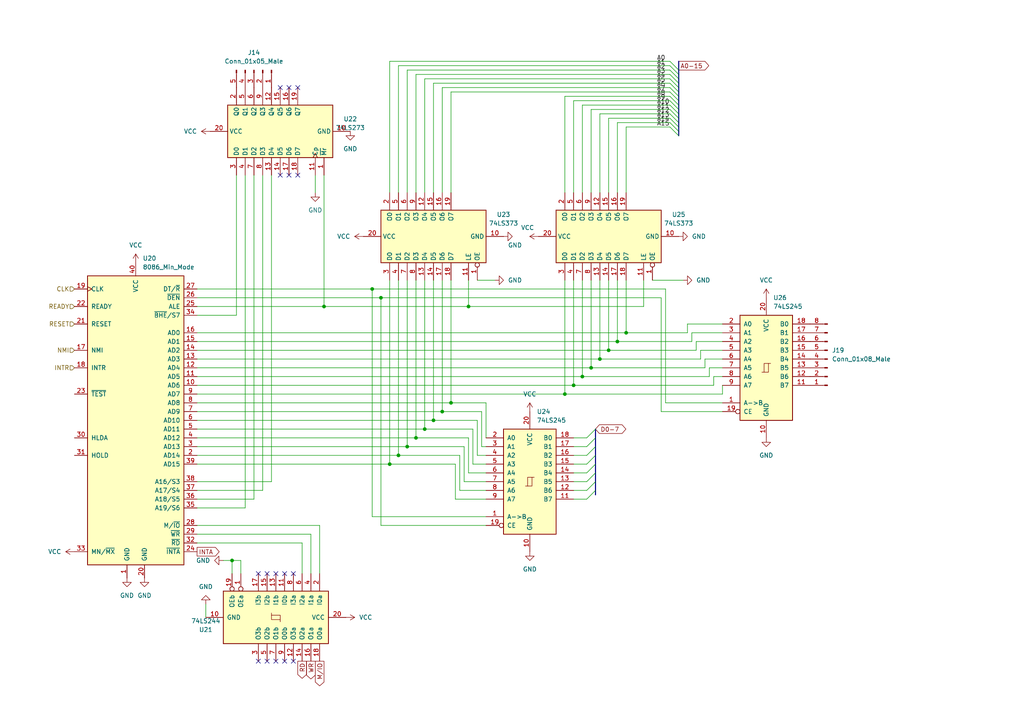
<source format=kicad_sch>
(kicad_sch (version 20211123) (generator eeschema)

  (uuid a4a84cb7-ed02-4041-b53f-41ac8b825dab)

  (paper "A4")

  (lib_symbols
    (symbol "74xx:74LS244" (pin_names (offset 1.016)) (in_bom yes) (on_board yes)
      (property "Reference" "U" (id 0) (at -7.62 16.51 0)
        (effects (font (size 1.27 1.27)))
      )
      (property "Value" "74LS244" (id 1) (at -7.62 -16.51 0)
        (effects (font (size 1.27 1.27)))
      )
      (property "Footprint" "" (id 2) (at 0 0 0)
        (effects (font (size 1.27 1.27)) hide)
      )
      (property "Datasheet" "http://www.ti.com/lit/ds/symlink/sn74ls244.pdf" (id 3) (at 0 0 0)
        (effects (font (size 1.27 1.27)) hide)
      )
      (property "ki_keywords" "7400 logic ttl low power schottky" (id 4) (at 0 0 0)
        (effects (font (size 1.27 1.27)) hide)
      )
      (property "ki_description" "Octal Buffer and Line Driver With 3-State Output, active-low enables, non-inverting outputs" (id 5) (at 0 0 0)
        (effects (font (size 1.27 1.27)) hide)
      )
      (property "ki_fp_filters" "DIP?20*" (id 6) (at 0 0 0)
        (effects (font (size 1.27 1.27)) hide)
      )
      (symbol "74LS244_1_0"
        (polyline
          (pts
            (xy -0.635 -1.27)
            (xy -0.635 1.27)
            (xy 0.635 1.27)
          )
          (stroke (width 0) (type default) (color 0 0 0 0))
          (fill (type none))
        )
        (polyline
          (pts
            (xy -1.27 -1.27)
            (xy 0.635 -1.27)
            (xy 0.635 1.27)
            (xy 1.27 1.27)
          )
          (stroke (width 0) (type default) (color 0 0 0 0))
          (fill (type none))
        )
        (pin input inverted (at -12.7 -10.16 0) (length 5.08)
          (name "OEa" (effects (font (size 1.27 1.27))))
          (number "1" (effects (font (size 1.27 1.27))))
        )
        (pin power_in line (at 0 -20.32 90) (length 5.08)
          (name "GND" (effects (font (size 1.27 1.27))))
          (number "10" (effects (font (size 1.27 1.27))))
        )
        (pin input line (at -12.7 2.54 0) (length 5.08)
          (name "I0b" (effects (font (size 1.27 1.27))))
          (number "11" (effects (font (size 1.27 1.27))))
        )
        (pin tri_state line (at 12.7 5.08 180) (length 5.08)
          (name "O3a" (effects (font (size 1.27 1.27))))
          (number "12" (effects (font (size 1.27 1.27))))
        )
        (pin input line (at -12.7 0 0) (length 5.08)
          (name "I1b" (effects (font (size 1.27 1.27))))
          (number "13" (effects (font (size 1.27 1.27))))
        )
        (pin tri_state line (at 12.7 7.62 180) (length 5.08)
          (name "O2a" (effects (font (size 1.27 1.27))))
          (number "14" (effects (font (size 1.27 1.27))))
        )
        (pin input line (at -12.7 -2.54 0) (length 5.08)
          (name "I2b" (effects (font (size 1.27 1.27))))
          (number "15" (effects (font (size 1.27 1.27))))
        )
        (pin tri_state line (at 12.7 10.16 180) (length 5.08)
          (name "O1a" (effects (font (size 1.27 1.27))))
          (number "16" (effects (font (size 1.27 1.27))))
        )
        (pin input line (at -12.7 -5.08 0) (length 5.08)
          (name "I3b" (effects (font (size 1.27 1.27))))
          (number "17" (effects (font (size 1.27 1.27))))
        )
        (pin tri_state line (at 12.7 12.7 180) (length 5.08)
          (name "O0a" (effects (font (size 1.27 1.27))))
          (number "18" (effects (font (size 1.27 1.27))))
        )
        (pin input inverted (at -12.7 -12.7 0) (length 5.08)
          (name "OEb" (effects (font (size 1.27 1.27))))
          (number "19" (effects (font (size 1.27 1.27))))
        )
        (pin input line (at -12.7 12.7 0) (length 5.08)
          (name "I0a" (effects (font (size 1.27 1.27))))
          (number "2" (effects (font (size 1.27 1.27))))
        )
        (pin power_in line (at 0 20.32 270) (length 5.08)
          (name "VCC" (effects (font (size 1.27 1.27))))
          (number "20" (effects (font (size 1.27 1.27))))
        )
        (pin tri_state line (at 12.7 -5.08 180) (length 5.08)
          (name "O3b" (effects (font (size 1.27 1.27))))
          (number "3" (effects (font (size 1.27 1.27))))
        )
        (pin input line (at -12.7 10.16 0) (length 5.08)
          (name "I1a" (effects (font (size 1.27 1.27))))
          (number "4" (effects (font (size 1.27 1.27))))
        )
        (pin tri_state line (at 12.7 -2.54 180) (length 5.08)
          (name "O2b" (effects (font (size 1.27 1.27))))
          (number "5" (effects (font (size 1.27 1.27))))
        )
        (pin input line (at -12.7 7.62 0) (length 5.08)
          (name "I2a" (effects (font (size 1.27 1.27))))
          (number "6" (effects (font (size 1.27 1.27))))
        )
        (pin tri_state line (at 12.7 0 180) (length 5.08)
          (name "O1b" (effects (font (size 1.27 1.27))))
          (number "7" (effects (font (size 1.27 1.27))))
        )
        (pin input line (at -12.7 5.08 0) (length 5.08)
          (name "I3a" (effects (font (size 1.27 1.27))))
          (number "8" (effects (font (size 1.27 1.27))))
        )
        (pin tri_state line (at 12.7 2.54 180) (length 5.08)
          (name "O0b" (effects (font (size 1.27 1.27))))
          (number "9" (effects (font (size 1.27 1.27))))
        )
      )
      (symbol "74LS244_1_1"
        (rectangle (start -7.62 15.24) (end 7.62 -15.24)
          (stroke (width 0.254) (type default) (color 0 0 0 0))
          (fill (type background))
        )
      )
    )
    (symbol "74xx:74LS245" (pin_names (offset 1.016)) (in_bom yes) (on_board yes)
      (property "Reference" "U" (id 0) (at -7.62 16.51 0)
        (effects (font (size 1.27 1.27)))
      )
      (property "Value" "74LS245" (id 1) (at -7.62 -16.51 0)
        (effects (font (size 1.27 1.27)))
      )
      (property "Footprint" "" (id 2) (at 0 0 0)
        (effects (font (size 1.27 1.27)) hide)
      )
      (property "Datasheet" "http://www.ti.com/lit/gpn/sn74LS245" (id 3) (at 0 0 0)
        (effects (font (size 1.27 1.27)) hide)
      )
      (property "ki_locked" "" (id 4) (at 0 0 0)
        (effects (font (size 1.27 1.27)))
      )
      (property "ki_keywords" "TTL BUS 3State" (id 5) (at 0 0 0)
        (effects (font (size 1.27 1.27)) hide)
      )
      (property "ki_description" "Octal BUS Transceivers, 3-State outputs" (id 6) (at 0 0 0)
        (effects (font (size 1.27 1.27)) hide)
      )
      (property "ki_fp_filters" "DIP?20*" (id 7) (at 0 0 0)
        (effects (font (size 1.27 1.27)) hide)
      )
      (symbol "74LS245_1_0"
        (polyline
          (pts
            (xy -0.635 -1.27)
            (xy -0.635 1.27)
            (xy 0.635 1.27)
          )
          (stroke (width 0) (type default) (color 0 0 0 0))
          (fill (type none))
        )
        (polyline
          (pts
            (xy -1.27 -1.27)
            (xy 0.635 -1.27)
            (xy 0.635 1.27)
            (xy 1.27 1.27)
          )
          (stroke (width 0) (type default) (color 0 0 0 0))
          (fill (type none))
        )
        (pin input line (at -12.7 -10.16 0) (length 5.08)
          (name "A->B" (effects (font (size 1.27 1.27))))
          (number "1" (effects (font (size 1.27 1.27))))
        )
        (pin power_in line (at 0 -20.32 90) (length 5.08)
          (name "GND" (effects (font (size 1.27 1.27))))
          (number "10" (effects (font (size 1.27 1.27))))
        )
        (pin tri_state line (at 12.7 -5.08 180) (length 5.08)
          (name "B7" (effects (font (size 1.27 1.27))))
          (number "11" (effects (font (size 1.27 1.27))))
        )
        (pin tri_state line (at 12.7 -2.54 180) (length 5.08)
          (name "B6" (effects (font (size 1.27 1.27))))
          (number "12" (effects (font (size 1.27 1.27))))
        )
        (pin tri_state line (at 12.7 0 180) (length 5.08)
          (name "B5" (effects (font (size 1.27 1.27))))
          (number "13" (effects (font (size 1.27 1.27))))
        )
        (pin tri_state line (at 12.7 2.54 180) (length 5.08)
          (name "B4" (effects (font (size 1.27 1.27))))
          (number "14" (effects (font (size 1.27 1.27))))
        )
        (pin tri_state line (at 12.7 5.08 180) (length 5.08)
          (name "B3" (effects (font (size 1.27 1.27))))
          (number "15" (effects (font (size 1.27 1.27))))
        )
        (pin tri_state line (at 12.7 7.62 180) (length 5.08)
          (name "B2" (effects (font (size 1.27 1.27))))
          (number "16" (effects (font (size 1.27 1.27))))
        )
        (pin tri_state line (at 12.7 10.16 180) (length 5.08)
          (name "B1" (effects (font (size 1.27 1.27))))
          (number "17" (effects (font (size 1.27 1.27))))
        )
        (pin tri_state line (at 12.7 12.7 180) (length 5.08)
          (name "B0" (effects (font (size 1.27 1.27))))
          (number "18" (effects (font (size 1.27 1.27))))
        )
        (pin input inverted (at -12.7 -12.7 0) (length 5.08)
          (name "CE" (effects (font (size 1.27 1.27))))
          (number "19" (effects (font (size 1.27 1.27))))
        )
        (pin tri_state line (at -12.7 12.7 0) (length 5.08)
          (name "A0" (effects (font (size 1.27 1.27))))
          (number "2" (effects (font (size 1.27 1.27))))
        )
        (pin power_in line (at 0 20.32 270) (length 5.08)
          (name "VCC" (effects (font (size 1.27 1.27))))
          (number "20" (effects (font (size 1.27 1.27))))
        )
        (pin tri_state line (at -12.7 10.16 0) (length 5.08)
          (name "A1" (effects (font (size 1.27 1.27))))
          (number "3" (effects (font (size 1.27 1.27))))
        )
        (pin tri_state line (at -12.7 7.62 0) (length 5.08)
          (name "A2" (effects (font (size 1.27 1.27))))
          (number "4" (effects (font (size 1.27 1.27))))
        )
        (pin tri_state line (at -12.7 5.08 0) (length 5.08)
          (name "A3" (effects (font (size 1.27 1.27))))
          (number "5" (effects (font (size 1.27 1.27))))
        )
        (pin tri_state line (at -12.7 2.54 0) (length 5.08)
          (name "A4" (effects (font (size 1.27 1.27))))
          (number "6" (effects (font (size 1.27 1.27))))
        )
        (pin tri_state line (at -12.7 0 0) (length 5.08)
          (name "A5" (effects (font (size 1.27 1.27))))
          (number "7" (effects (font (size 1.27 1.27))))
        )
        (pin tri_state line (at -12.7 -2.54 0) (length 5.08)
          (name "A6" (effects (font (size 1.27 1.27))))
          (number "8" (effects (font (size 1.27 1.27))))
        )
        (pin tri_state line (at -12.7 -5.08 0) (length 5.08)
          (name "A7" (effects (font (size 1.27 1.27))))
          (number "9" (effects (font (size 1.27 1.27))))
        )
      )
      (symbol "74LS245_1_1"
        (rectangle (start -7.62 15.24) (end 7.62 -15.24)
          (stroke (width 0.254) (type default) (color 0 0 0 0))
          (fill (type background))
        )
      )
    )
    (symbol "74xx:74LS273" (in_bom yes) (on_board yes)
      (property "Reference" "U" (id 0) (at -7.62 16.51 0)
        (effects (font (size 1.27 1.27)))
      )
      (property "Value" "74LS273" (id 1) (at -7.62 -16.51 0)
        (effects (font (size 1.27 1.27)))
      )
      (property "Footprint" "" (id 2) (at 0 0 0)
        (effects (font (size 1.27 1.27)) hide)
      )
      (property "Datasheet" "http://www.ti.com/lit/gpn/sn74LS273" (id 3) (at 0 0 0)
        (effects (font (size 1.27 1.27)) hide)
      )
      (property "ki_keywords" "TTL DFF DFF8" (id 4) (at 0 0 0)
        (effects (font (size 1.27 1.27)) hide)
      )
      (property "ki_description" "8-bit D Flip-Flop, reset" (id 5) (at 0 0 0)
        (effects (font (size 1.27 1.27)) hide)
      )
      (property "ki_fp_filters" "DIP?20* SO?20* SOIC?20*" (id 6) (at 0 0 0)
        (effects (font (size 1.27 1.27)) hide)
      )
      (symbol "74LS273_1_0"
        (pin input line (at -12.7 -12.7 0) (length 5.08)
          (name "~{Mr}" (effects (font (size 1.27 1.27))))
          (number "1" (effects (font (size 1.27 1.27))))
        )
        (pin power_in line (at 0 -20.32 90) (length 5.08)
          (name "GND" (effects (font (size 1.27 1.27))))
          (number "10" (effects (font (size 1.27 1.27))))
        )
        (pin input clock (at -12.7 -10.16 0) (length 5.08)
          (name "Cp" (effects (font (size 1.27 1.27))))
          (number "11" (effects (font (size 1.27 1.27))))
        )
        (pin output line (at 12.7 2.54 180) (length 5.08)
          (name "Q4" (effects (font (size 1.27 1.27))))
          (number "12" (effects (font (size 1.27 1.27))))
        )
        (pin input line (at -12.7 2.54 0) (length 5.08)
          (name "D4" (effects (font (size 1.27 1.27))))
          (number "13" (effects (font (size 1.27 1.27))))
        )
        (pin input line (at -12.7 0 0) (length 5.08)
          (name "D5" (effects (font (size 1.27 1.27))))
          (number "14" (effects (font (size 1.27 1.27))))
        )
        (pin output line (at 12.7 0 180) (length 5.08)
          (name "Q5" (effects (font (size 1.27 1.27))))
          (number "15" (effects (font (size 1.27 1.27))))
        )
        (pin output line (at 12.7 -2.54 180) (length 5.08)
          (name "Q6" (effects (font (size 1.27 1.27))))
          (number "16" (effects (font (size 1.27 1.27))))
        )
        (pin input line (at -12.7 -2.54 0) (length 5.08)
          (name "D6" (effects (font (size 1.27 1.27))))
          (number "17" (effects (font (size 1.27 1.27))))
        )
        (pin input line (at -12.7 -5.08 0) (length 5.08)
          (name "D7" (effects (font (size 1.27 1.27))))
          (number "18" (effects (font (size 1.27 1.27))))
        )
        (pin output line (at 12.7 -5.08 180) (length 5.08)
          (name "Q7" (effects (font (size 1.27 1.27))))
          (number "19" (effects (font (size 1.27 1.27))))
        )
        (pin output line (at 12.7 12.7 180) (length 5.08)
          (name "Q0" (effects (font (size 1.27 1.27))))
          (number "2" (effects (font (size 1.27 1.27))))
        )
        (pin power_in line (at 0 20.32 270) (length 5.08)
          (name "VCC" (effects (font (size 1.27 1.27))))
          (number "20" (effects (font (size 1.27 1.27))))
        )
        (pin input line (at -12.7 12.7 0) (length 5.08)
          (name "D0" (effects (font (size 1.27 1.27))))
          (number "3" (effects (font (size 1.27 1.27))))
        )
        (pin input line (at -12.7 10.16 0) (length 5.08)
          (name "D1" (effects (font (size 1.27 1.27))))
          (number "4" (effects (font (size 1.27 1.27))))
        )
        (pin output line (at 12.7 10.16 180) (length 5.08)
          (name "Q1" (effects (font (size 1.27 1.27))))
          (number "5" (effects (font (size 1.27 1.27))))
        )
        (pin output line (at 12.7 7.62 180) (length 5.08)
          (name "Q2" (effects (font (size 1.27 1.27))))
          (number "6" (effects (font (size 1.27 1.27))))
        )
        (pin input line (at -12.7 7.62 0) (length 5.08)
          (name "D2" (effects (font (size 1.27 1.27))))
          (number "7" (effects (font (size 1.27 1.27))))
        )
        (pin input line (at -12.7 5.08 0) (length 5.08)
          (name "D3" (effects (font (size 1.27 1.27))))
          (number "8" (effects (font (size 1.27 1.27))))
        )
        (pin output line (at 12.7 5.08 180) (length 5.08)
          (name "Q3" (effects (font (size 1.27 1.27))))
          (number "9" (effects (font (size 1.27 1.27))))
        )
      )
      (symbol "74LS273_1_1"
        (rectangle (start -7.62 15.24) (end 7.62 -15.24)
          (stroke (width 0.254) (type default) (color 0 0 0 0))
          (fill (type background))
        )
      )
    )
    (symbol "74xx:74LS373" (in_bom yes) (on_board yes)
      (property "Reference" "U" (id 0) (at -7.62 16.51 0)
        (effects (font (size 1.27 1.27)))
      )
      (property "Value" "74LS373" (id 1) (at -7.62 -16.51 0)
        (effects (font (size 1.27 1.27)))
      )
      (property "Footprint" "" (id 2) (at 0 0 0)
        (effects (font (size 1.27 1.27)) hide)
      )
      (property "Datasheet" "http://www.ti.com/lit/gpn/sn74LS373" (id 3) (at 0 0 0)
        (effects (font (size 1.27 1.27)) hide)
      )
      (property "ki_keywords" "TTL REG DFF DFF8 LATCH" (id 4) (at 0 0 0)
        (effects (font (size 1.27 1.27)) hide)
      )
      (property "ki_description" "8-bit Latch, 3-state outputs" (id 5) (at 0 0 0)
        (effects (font (size 1.27 1.27)) hide)
      )
      (property "ki_fp_filters" "DIP?20* SOIC?20* SO?20* SSOP?20* TSSOP?20*" (id 6) (at 0 0 0)
        (effects (font (size 1.27 1.27)) hide)
      )
      (symbol "74LS373_1_0"
        (pin input inverted (at -12.7 -12.7 0) (length 5.08)
          (name "OE" (effects (font (size 1.27 1.27))))
          (number "1" (effects (font (size 1.27 1.27))))
        )
        (pin power_in line (at 0 -20.32 90) (length 5.08)
          (name "GND" (effects (font (size 1.27 1.27))))
          (number "10" (effects (font (size 1.27 1.27))))
        )
        (pin input line (at -12.7 -10.16 0) (length 5.08)
          (name "LE" (effects (font (size 1.27 1.27))))
          (number "11" (effects (font (size 1.27 1.27))))
        )
        (pin tri_state line (at 12.7 2.54 180) (length 5.08)
          (name "O4" (effects (font (size 1.27 1.27))))
          (number "12" (effects (font (size 1.27 1.27))))
        )
        (pin input line (at -12.7 2.54 0) (length 5.08)
          (name "D4" (effects (font (size 1.27 1.27))))
          (number "13" (effects (font (size 1.27 1.27))))
        )
        (pin input line (at -12.7 0 0) (length 5.08)
          (name "D5" (effects (font (size 1.27 1.27))))
          (number "14" (effects (font (size 1.27 1.27))))
        )
        (pin tri_state line (at 12.7 0 180) (length 5.08)
          (name "O5" (effects (font (size 1.27 1.27))))
          (number "15" (effects (font (size 1.27 1.27))))
        )
        (pin tri_state line (at 12.7 -2.54 180) (length 5.08)
          (name "O6" (effects (font (size 1.27 1.27))))
          (number "16" (effects (font (size 1.27 1.27))))
        )
        (pin input line (at -12.7 -2.54 0) (length 5.08)
          (name "D6" (effects (font (size 1.27 1.27))))
          (number "17" (effects (font (size 1.27 1.27))))
        )
        (pin input line (at -12.7 -5.08 0) (length 5.08)
          (name "D7" (effects (font (size 1.27 1.27))))
          (number "18" (effects (font (size 1.27 1.27))))
        )
        (pin tri_state line (at 12.7 -5.08 180) (length 5.08)
          (name "O7" (effects (font (size 1.27 1.27))))
          (number "19" (effects (font (size 1.27 1.27))))
        )
        (pin tri_state line (at 12.7 12.7 180) (length 5.08)
          (name "O0" (effects (font (size 1.27 1.27))))
          (number "2" (effects (font (size 1.27 1.27))))
        )
        (pin power_in line (at 0 20.32 270) (length 5.08)
          (name "VCC" (effects (font (size 1.27 1.27))))
          (number "20" (effects (font (size 1.27 1.27))))
        )
        (pin input line (at -12.7 12.7 0) (length 5.08)
          (name "D0" (effects (font (size 1.27 1.27))))
          (number "3" (effects (font (size 1.27 1.27))))
        )
        (pin input line (at -12.7 10.16 0) (length 5.08)
          (name "D1" (effects (font (size 1.27 1.27))))
          (number "4" (effects (font (size 1.27 1.27))))
        )
        (pin tri_state line (at 12.7 10.16 180) (length 5.08)
          (name "O1" (effects (font (size 1.27 1.27))))
          (number "5" (effects (font (size 1.27 1.27))))
        )
        (pin tri_state line (at 12.7 7.62 180) (length 5.08)
          (name "O2" (effects (font (size 1.27 1.27))))
          (number "6" (effects (font (size 1.27 1.27))))
        )
        (pin input line (at -12.7 7.62 0) (length 5.08)
          (name "D2" (effects (font (size 1.27 1.27))))
          (number "7" (effects (font (size 1.27 1.27))))
        )
        (pin input line (at -12.7 5.08 0) (length 5.08)
          (name "D3" (effects (font (size 1.27 1.27))))
          (number "8" (effects (font (size 1.27 1.27))))
        )
        (pin tri_state line (at 12.7 5.08 180) (length 5.08)
          (name "O3" (effects (font (size 1.27 1.27))))
          (number "9" (effects (font (size 1.27 1.27))))
        )
      )
      (symbol "74LS373_1_1"
        (rectangle (start -7.62 15.24) (end 7.62 -15.24)
          (stroke (width 0.254) (type default) (color 0 0 0 0))
          (fill (type background))
        )
      )
    )
    (symbol "Connector:Conn_01x05_Male" (pin_names (offset 1.016) hide) (in_bom yes) (on_board yes)
      (property "Reference" "J" (id 0) (at 0 7.62 0)
        (effects (font (size 1.27 1.27)))
      )
      (property "Value" "Conn_01x05_Male" (id 1) (at 0 -7.62 0)
        (effects (font (size 1.27 1.27)))
      )
      (property "Footprint" "" (id 2) (at 0 0 0)
        (effects (font (size 1.27 1.27)) hide)
      )
      (property "Datasheet" "~" (id 3) (at 0 0 0)
        (effects (font (size 1.27 1.27)) hide)
      )
      (property "ki_keywords" "connector" (id 4) (at 0 0 0)
        (effects (font (size 1.27 1.27)) hide)
      )
      (property "ki_description" "Generic connector, single row, 01x05, script generated (kicad-library-utils/schlib/autogen/connector/)" (id 5) (at 0 0 0)
        (effects (font (size 1.27 1.27)) hide)
      )
      (property "ki_fp_filters" "Connector*:*_1x??_*" (id 6) (at 0 0 0)
        (effects (font (size 1.27 1.27)) hide)
      )
      (symbol "Conn_01x05_Male_1_1"
        (polyline
          (pts
            (xy 1.27 -5.08)
            (xy 0.8636 -5.08)
          )
          (stroke (width 0.1524) (type default) (color 0 0 0 0))
          (fill (type none))
        )
        (polyline
          (pts
            (xy 1.27 -2.54)
            (xy 0.8636 -2.54)
          )
          (stroke (width 0.1524) (type default) (color 0 0 0 0))
          (fill (type none))
        )
        (polyline
          (pts
            (xy 1.27 0)
            (xy 0.8636 0)
          )
          (stroke (width 0.1524) (type default) (color 0 0 0 0))
          (fill (type none))
        )
        (polyline
          (pts
            (xy 1.27 2.54)
            (xy 0.8636 2.54)
          )
          (stroke (width 0.1524) (type default) (color 0 0 0 0))
          (fill (type none))
        )
        (polyline
          (pts
            (xy 1.27 5.08)
            (xy 0.8636 5.08)
          )
          (stroke (width 0.1524) (type default) (color 0 0 0 0))
          (fill (type none))
        )
        (rectangle (start 0.8636 -4.953) (end 0 -5.207)
          (stroke (width 0.1524) (type default) (color 0 0 0 0))
          (fill (type outline))
        )
        (rectangle (start 0.8636 -2.413) (end 0 -2.667)
          (stroke (width 0.1524) (type default) (color 0 0 0 0))
          (fill (type outline))
        )
        (rectangle (start 0.8636 0.127) (end 0 -0.127)
          (stroke (width 0.1524) (type default) (color 0 0 0 0))
          (fill (type outline))
        )
        (rectangle (start 0.8636 2.667) (end 0 2.413)
          (stroke (width 0.1524) (type default) (color 0 0 0 0))
          (fill (type outline))
        )
        (rectangle (start 0.8636 5.207) (end 0 4.953)
          (stroke (width 0.1524) (type default) (color 0 0 0 0))
          (fill (type outline))
        )
        (pin passive line (at 5.08 5.08 180) (length 3.81)
          (name "Pin_1" (effects (font (size 1.27 1.27))))
          (number "1" (effects (font (size 1.27 1.27))))
        )
        (pin passive line (at 5.08 2.54 180) (length 3.81)
          (name "Pin_2" (effects (font (size 1.27 1.27))))
          (number "2" (effects (font (size 1.27 1.27))))
        )
        (pin passive line (at 5.08 0 180) (length 3.81)
          (name "Pin_3" (effects (font (size 1.27 1.27))))
          (number "3" (effects (font (size 1.27 1.27))))
        )
        (pin passive line (at 5.08 -2.54 180) (length 3.81)
          (name "Pin_4" (effects (font (size 1.27 1.27))))
          (number "4" (effects (font (size 1.27 1.27))))
        )
        (pin passive line (at 5.08 -5.08 180) (length 3.81)
          (name "Pin_5" (effects (font (size 1.27 1.27))))
          (number "5" (effects (font (size 1.27 1.27))))
        )
      )
    )
    (symbol "Connector:Conn_01x08_Male" (pin_names (offset 1.016) hide) (in_bom yes) (on_board yes)
      (property "Reference" "J" (id 0) (at 0 10.16 0)
        (effects (font (size 1.27 1.27)))
      )
      (property "Value" "Conn_01x08_Male" (id 1) (at 0 -12.7 0)
        (effects (font (size 1.27 1.27)))
      )
      (property "Footprint" "" (id 2) (at 0 0 0)
        (effects (font (size 1.27 1.27)) hide)
      )
      (property "Datasheet" "~" (id 3) (at 0 0 0)
        (effects (font (size 1.27 1.27)) hide)
      )
      (property "ki_keywords" "connector" (id 4) (at 0 0 0)
        (effects (font (size 1.27 1.27)) hide)
      )
      (property "ki_description" "Generic connector, single row, 01x08, script generated (kicad-library-utils/schlib/autogen/connector/)" (id 5) (at 0 0 0)
        (effects (font (size 1.27 1.27)) hide)
      )
      (property "ki_fp_filters" "Connector*:*_1x??_*" (id 6) (at 0 0 0)
        (effects (font (size 1.27 1.27)) hide)
      )
      (symbol "Conn_01x08_Male_1_1"
        (polyline
          (pts
            (xy 1.27 -10.16)
            (xy 0.8636 -10.16)
          )
          (stroke (width 0.1524) (type default) (color 0 0 0 0))
          (fill (type none))
        )
        (polyline
          (pts
            (xy 1.27 -7.62)
            (xy 0.8636 -7.62)
          )
          (stroke (width 0.1524) (type default) (color 0 0 0 0))
          (fill (type none))
        )
        (polyline
          (pts
            (xy 1.27 -5.08)
            (xy 0.8636 -5.08)
          )
          (stroke (width 0.1524) (type default) (color 0 0 0 0))
          (fill (type none))
        )
        (polyline
          (pts
            (xy 1.27 -2.54)
            (xy 0.8636 -2.54)
          )
          (stroke (width 0.1524) (type default) (color 0 0 0 0))
          (fill (type none))
        )
        (polyline
          (pts
            (xy 1.27 0)
            (xy 0.8636 0)
          )
          (stroke (width 0.1524) (type default) (color 0 0 0 0))
          (fill (type none))
        )
        (polyline
          (pts
            (xy 1.27 2.54)
            (xy 0.8636 2.54)
          )
          (stroke (width 0.1524) (type default) (color 0 0 0 0))
          (fill (type none))
        )
        (polyline
          (pts
            (xy 1.27 5.08)
            (xy 0.8636 5.08)
          )
          (stroke (width 0.1524) (type default) (color 0 0 0 0))
          (fill (type none))
        )
        (polyline
          (pts
            (xy 1.27 7.62)
            (xy 0.8636 7.62)
          )
          (stroke (width 0.1524) (type default) (color 0 0 0 0))
          (fill (type none))
        )
        (rectangle (start 0.8636 -10.033) (end 0 -10.287)
          (stroke (width 0.1524) (type default) (color 0 0 0 0))
          (fill (type outline))
        )
        (rectangle (start 0.8636 -7.493) (end 0 -7.747)
          (stroke (width 0.1524) (type default) (color 0 0 0 0))
          (fill (type outline))
        )
        (rectangle (start 0.8636 -4.953) (end 0 -5.207)
          (stroke (width 0.1524) (type default) (color 0 0 0 0))
          (fill (type outline))
        )
        (rectangle (start 0.8636 -2.413) (end 0 -2.667)
          (stroke (width 0.1524) (type default) (color 0 0 0 0))
          (fill (type outline))
        )
        (rectangle (start 0.8636 0.127) (end 0 -0.127)
          (stroke (width 0.1524) (type default) (color 0 0 0 0))
          (fill (type outline))
        )
        (rectangle (start 0.8636 2.667) (end 0 2.413)
          (stroke (width 0.1524) (type default) (color 0 0 0 0))
          (fill (type outline))
        )
        (rectangle (start 0.8636 5.207) (end 0 4.953)
          (stroke (width 0.1524) (type default) (color 0 0 0 0))
          (fill (type outline))
        )
        (rectangle (start 0.8636 7.747) (end 0 7.493)
          (stroke (width 0.1524) (type default) (color 0 0 0 0))
          (fill (type outline))
        )
        (pin passive line (at 5.08 7.62 180) (length 3.81)
          (name "Pin_1" (effects (font (size 1.27 1.27))))
          (number "1" (effects (font (size 1.27 1.27))))
        )
        (pin passive line (at 5.08 5.08 180) (length 3.81)
          (name "Pin_2" (effects (font (size 1.27 1.27))))
          (number "2" (effects (font (size 1.27 1.27))))
        )
        (pin passive line (at 5.08 2.54 180) (length 3.81)
          (name "Pin_3" (effects (font (size 1.27 1.27))))
          (number "3" (effects (font (size 1.27 1.27))))
        )
        (pin passive line (at 5.08 0 180) (length 3.81)
          (name "Pin_4" (effects (font (size 1.27 1.27))))
          (number "4" (effects (font (size 1.27 1.27))))
        )
        (pin passive line (at 5.08 -2.54 180) (length 3.81)
          (name "Pin_5" (effects (font (size 1.27 1.27))))
          (number "5" (effects (font (size 1.27 1.27))))
        )
        (pin passive line (at 5.08 -5.08 180) (length 3.81)
          (name "Pin_6" (effects (font (size 1.27 1.27))))
          (number "6" (effects (font (size 1.27 1.27))))
        )
        (pin passive line (at 5.08 -7.62 180) (length 3.81)
          (name "Pin_7" (effects (font (size 1.27 1.27))))
          (number "7" (effects (font (size 1.27 1.27))))
        )
        (pin passive line (at 5.08 -10.16 180) (length 3.81)
          (name "Pin_8" (effects (font (size 1.27 1.27))))
          (number "8" (effects (font (size 1.27 1.27))))
        )
      )
    )
    (symbol "MCU_Intel:8086_Min_Mode" (pin_names (offset 1.016)) (in_bom yes) (on_board yes)
      (property "Reference" "U" (id 0) (at -12.7 43.18 0)
        (effects (font (size 1.27 1.27)))
      )
      (property "Value" "8086_Min_Mode" (id 1) (at 10.16 43.18 0)
        (effects (font (size 1.27 1.27)))
      )
      (property "Footprint" "Package_DIP:DIP-40_W15.24mm" (id 2) (at 1.27 2.54 0)
        (effects (font (size 1.27 1.27) italic) hide)
      )
      (property "Datasheet" "http://datasheets.chipdb.org/Intel/x86/808x/datashts/8086/231455-006.pdf" (id 3) (at 0 1.27 0)
        (effects (font (size 1.27 1.27)) hide)
      )
      (property "ki_keywords" "MPRO" (id 4) (at 0 0 0)
        (effects (font (size 1.27 1.27)) hide)
      )
      (property "ki_description" "8086 (minimum mode), 16-Bit HMOS Microprocessor, PDIP-40" (id 5) (at 0 0 0)
        (effects (font (size 1.27 1.27)) hide)
      )
      (property "ki_fp_filters" "DIP*W15.24mm*" (id 6) (at 0 0 0)
        (effects (font (size 1.27 1.27)) hide)
      )
      (symbol "8086_Min_Mode_0_1"
        (rectangle (start 13.97 -41.91) (end -13.97 41.91)
          (stroke (width 0.254) (type default) (color 0 0 0 0))
          (fill (type background))
        )
      )
      (symbol "8086_Min_Mode_1_1"
        (pin power_in line (at -2.54 -45.72 90) (length 3.81)
          (name "GND" (effects (font (size 1.27 1.27))))
          (number "1" (effects (font (size 1.27 1.27))))
        )
        (pin bidirectional line (at 17.78 10.16 180) (length 3.81)
          (name "AD6" (effects (font (size 1.27 1.27))))
          (number "10" (effects (font (size 1.27 1.27))))
        )
        (pin bidirectional line (at 17.78 12.7 180) (length 3.81)
          (name "AD5" (effects (font (size 1.27 1.27))))
          (number "11" (effects (font (size 1.27 1.27))))
        )
        (pin bidirectional line (at 17.78 15.24 180) (length 3.81)
          (name "AD4" (effects (font (size 1.27 1.27))))
          (number "12" (effects (font (size 1.27 1.27))))
        )
        (pin bidirectional line (at 17.78 17.78 180) (length 3.81)
          (name "AD3" (effects (font (size 1.27 1.27))))
          (number "13" (effects (font (size 1.27 1.27))))
        )
        (pin bidirectional line (at 17.78 20.32 180) (length 3.81)
          (name "AD2" (effects (font (size 1.27 1.27))))
          (number "14" (effects (font (size 1.27 1.27))))
        )
        (pin bidirectional line (at 17.78 22.86 180) (length 3.81)
          (name "AD1" (effects (font (size 1.27 1.27))))
          (number "15" (effects (font (size 1.27 1.27))))
        )
        (pin bidirectional line (at 17.78 25.4 180) (length 3.81)
          (name "AD0" (effects (font (size 1.27 1.27))))
          (number "16" (effects (font (size 1.27 1.27))))
        )
        (pin input line (at -17.78 20.32 0) (length 3.81)
          (name "NMI" (effects (font (size 1.27 1.27))))
          (number "17" (effects (font (size 1.27 1.27))))
        )
        (pin input line (at -17.78 15.24 0) (length 3.81)
          (name "INTR" (effects (font (size 1.27 1.27))))
          (number "18" (effects (font (size 1.27 1.27))))
        )
        (pin input clock (at -17.78 38.1 0) (length 3.81)
          (name "CLK" (effects (font (size 1.27 1.27))))
          (number "19" (effects (font (size 1.27 1.27))))
        )
        (pin bidirectional line (at 17.78 -10.16 180) (length 3.81)
          (name "AD14" (effects (font (size 1.27 1.27))))
          (number "2" (effects (font (size 1.27 1.27))))
        )
        (pin power_in line (at 2.54 -45.72 90) (length 3.81)
          (name "GND" (effects (font (size 1.27 1.27))))
          (number "20" (effects (font (size 1.27 1.27))))
        )
        (pin input line (at -17.78 27.94 0) (length 3.81)
          (name "RESET" (effects (font (size 1.27 1.27))))
          (number "21" (effects (font (size 1.27 1.27))))
        )
        (pin input line (at -17.78 33.02 0) (length 3.81)
          (name "READY" (effects (font (size 1.27 1.27))))
          (number "22" (effects (font (size 1.27 1.27))))
        )
        (pin input line (at -17.78 7.62 0) (length 3.81)
          (name "~{TEST}" (effects (font (size 1.27 1.27))))
          (number "23" (effects (font (size 1.27 1.27))))
        )
        (pin output line (at 17.78 -38.1 180) (length 3.81)
          (name "~{INTA}" (effects (font (size 1.27 1.27))))
          (number "24" (effects (font (size 1.27 1.27))))
        )
        (pin output line (at 17.78 33.02 180) (length 3.81)
          (name "ALE" (effects (font (size 1.27 1.27))))
          (number "25" (effects (font (size 1.27 1.27))))
        )
        (pin output line (at 17.78 35.56 180) (length 3.81)
          (name "~{DEN}" (effects (font (size 1.27 1.27))))
          (number "26" (effects (font (size 1.27 1.27))))
        )
        (pin output line (at 17.78 38.1 180) (length 3.81)
          (name "DT/~{R}" (effects (font (size 1.27 1.27))))
          (number "27" (effects (font (size 1.27 1.27))))
        )
        (pin output line (at 17.78 -30.48 180) (length 3.81)
          (name "M/~{IO}" (effects (font (size 1.27 1.27))))
          (number "28" (effects (font (size 1.27 1.27))))
        )
        (pin output line (at 17.78 -33.02 180) (length 3.81)
          (name "~{WR}" (effects (font (size 1.27 1.27))))
          (number "29" (effects (font (size 1.27 1.27))))
        )
        (pin bidirectional line (at 17.78 -7.62 180) (length 3.81)
          (name "AD13" (effects (font (size 1.27 1.27))))
          (number "3" (effects (font (size 1.27 1.27))))
        )
        (pin output line (at -17.78 -5.08 0) (length 3.81)
          (name "HLDA" (effects (font (size 1.27 1.27))))
          (number "30" (effects (font (size 1.27 1.27))))
        )
        (pin input line (at -17.78 -10.16 0) (length 3.81)
          (name "HOLD" (effects (font (size 1.27 1.27))))
          (number "31" (effects (font (size 1.27 1.27))))
        )
        (pin output line (at 17.78 -35.56 180) (length 3.81)
          (name "~{RD}" (effects (font (size 1.27 1.27))))
          (number "32" (effects (font (size 1.27 1.27))))
        )
        (pin input line (at -17.78 -38.1 0) (length 3.81)
          (name "MN/~{MX}" (effects (font (size 1.27 1.27))))
          (number "33" (effects (font (size 1.27 1.27))))
        )
        (pin output line (at 17.78 30.48 180) (length 3.81)
          (name "~{BHE}/S7" (effects (font (size 1.27 1.27))))
          (number "34" (effects (font (size 1.27 1.27))))
        )
        (pin output line (at 17.78 -25.4 180) (length 3.81)
          (name "A19/S6" (effects (font (size 1.27 1.27))))
          (number "35" (effects (font (size 1.27 1.27))))
        )
        (pin output line (at 17.78 -22.86 180) (length 3.81)
          (name "A18/S5" (effects (font (size 1.27 1.27))))
          (number "36" (effects (font (size 1.27 1.27))))
        )
        (pin output line (at 17.78 -20.32 180) (length 3.81)
          (name "A17/S4" (effects (font (size 1.27 1.27))))
          (number "37" (effects (font (size 1.27 1.27))))
        )
        (pin output line (at 17.78 -17.78 180) (length 3.81)
          (name "A16/S3" (effects (font (size 1.27 1.27))))
          (number "38" (effects (font (size 1.27 1.27))))
        )
        (pin bidirectional line (at 17.78 -12.7 180) (length 3.81)
          (name "AD15" (effects (font (size 1.27 1.27))))
          (number "39" (effects (font (size 1.27 1.27))))
        )
        (pin bidirectional line (at 17.78 -5.08 180) (length 3.81)
          (name "AD12" (effects (font (size 1.27 1.27))))
          (number "4" (effects (font (size 1.27 1.27))))
        )
        (pin power_in line (at 0 45.72 270) (length 3.81)
          (name "VCC" (effects (font (size 1.27 1.27))))
          (number "40" (effects (font (size 1.27 1.27))))
        )
        (pin bidirectional line (at 17.78 -2.54 180) (length 3.81)
          (name "AD11" (effects (font (size 1.27 1.27))))
          (number "5" (effects (font (size 1.27 1.27))))
        )
        (pin bidirectional line (at 17.78 0 180) (length 3.81)
          (name "AD10" (effects (font (size 1.27 1.27))))
          (number "6" (effects (font (size 1.27 1.27))))
        )
        (pin bidirectional line (at 17.78 2.54 180) (length 3.81)
          (name "AD9" (effects (font (size 1.27 1.27))))
          (number "7" (effects (font (size 1.27 1.27))))
        )
        (pin bidirectional line (at 17.78 5.08 180) (length 3.81)
          (name "AD8" (effects (font (size 1.27 1.27))))
          (number "8" (effects (font (size 1.27 1.27))))
        )
        (pin bidirectional line (at 17.78 7.62 180) (length 3.81)
          (name "AD7" (effects (font (size 1.27 1.27))))
          (number "9" (effects (font (size 1.27 1.27))))
        )
      )
    )
    (symbol "power:GND" (power) (pin_names (offset 0)) (in_bom yes) (on_board yes)
      (property "Reference" "#PWR" (id 0) (at 0 -6.35 0)
        (effects (font (size 1.27 1.27)) hide)
      )
      (property "Value" "GND" (id 1) (at 0 -3.81 0)
        (effects (font (size 1.27 1.27)))
      )
      (property "Footprint" "" (id 2) (at 0 0 0)
        (effects (font (size 1.27 1.27)) hide)
      )
      (property "Datasheet" "" (id 3) (at 0 0 0)
        (effects (font (size 1.27 1.27)) hide)
      )
      (property "ki_keywords" "power-flag" (id 4) (at 0 0 0)
        (effects (font (size 1.27 1.27)) hide)
      )
      (property "ki_description" "Power symbol creates a global label with name \"GND\" , ground" (id 5) (at 0 0 0)
        (effects (font (size 1.27 1.27)) hide)
      )
      (symbol "GND_0_1"
        (polyline
          (pts
            (xy 0 0)
            (xy 0 -1.27)
            (xy 1.27 -1.27)
            (xy 0 -2.54)
            (xy -1.27 -1.27)
            (xy 0 -1.27)
          )
          (stroke (width 0) (type default) (color 0 0 0 0))
          (fill (type none))
        )
      )
      (symbol "GND_1_1"
        (pin power_in line (at 0 0 270) (length 0) hide
          (name "GND" (effects (font (size 1.27 1.27))))
          (number "1" (effects (font (size 1.27 1.27))))
        )
      )
    )
    (symbol "power:VCC" (power) (pin_names (offset 0)) (in_bom yes) (on_board yes)
      (property "Reference" "#PWR" (id 0) (at 0 -3.81 0)
        (effects (font (size 1.27 1.27)) hide)
      )
      (property "Value" "VCC" (id 1) (at 0 3.81 0)
        (effects (font (size 1.27 1.27)))
      )
      (property "Footprint" "" (id 2) (at 0 0 0)
        (effects (font (size 1.27 1.27)) hide)
      )
      (property "Datasheet" "" (id 3) (at 0 0 0)
        (effects (font (size 1.27 1.27)) hide)
      )
      (property "ki_keywords" "power-flag" (id 4) (at 0 0 0)
        (effects (font (size 1.27 1.27)) hide)
      )
      (property "ki_description" "Power symbol creates a global label with name \"VCC\"" (id 5) (at 0 0 0)
        (effects (font (size 1.27 1.27)) hide)
      )
      (symbol "VCC_0_1"
        (polyline
          (pts
            (xy -0.762 1.27)
            (xy 0 2.54)
          )
          (stroke (width 0) (type default) (color 0 0 0 0))
          (fill (type none))
        )
        (polyline
          (pts
            (xy 0 0)
            (xy 0 2.54)
          )
          (stroke (width 0) (type default) (color 0 0 0 0))
          (fill (type none))
        )
        (polyline
          (pts
            (xy 0 2.54)
            (xy 0.762 1.27)
          )
          (stroke (width 0) (type default) (color 0 0 0 0))
          (fill (type none))
        )
      )
      (symbol "VCC_1_1"
        (pin power_in line (at 0 0 90) (length 0) hide
          (name "VCC" (effects (font (size 1.27 1.27))))
          (number "1" (effects (font (size 1.27 1.27))))
        )
      )
    )
  )

  (junction (at 120.65 127) (diameter 0) (color 0 0 0 0)
    (uuid 009a9355-a05b-4f80-8911-2559b0c44cd5)
  )
  (junction (at 125.73 121.92) (diameter 0) (color 0 0 0 0)
    (uuid 1bccda5a-faf2-4298-8576-5d5ca3378305)
  )
  (junction (at 171.45 106.68) (diameter 0) (color 0 0 0 0)
    (uuid 1de6952d-6a75-456a-b576-c32f78d298c3)
  )
  (junction (at 93.98 88.9) (diameter 0) (color 0 0 0 0)
    (uuid 2ce21e62-4147-42e3-8cc9-96995627f0a9)
  )
  (junction (at 115.57 132.08) (diameter 0) (color 0 0 0 0)
    (uuid 501375f8-2cb3-4fec-ade6-052dd19f7de5)
  )
  (junction (at 168.91 109.22) (diameter 0) (color 0 0 0 0)
    (uuid 55258440-8394-42ee-827b-2b7e11ff3462)
  )
  (junction (at 173.99 104.14) (diameter 0) (color 0 0 0 0)
    (uuid 56f24ce9-b19b-43ea-9b78-978b1e5db3f2)
  )
  (junction (at 110.49 86.36) (diameter 0) (color 0 0 0 0)
    (uuid 67268f01-01f3-416a-b3c4-1baf83825011)
  )
  (junction (at 179.07 99.06) (diameter 0) (color 0 0 0 0)
    (uuid 6f52510f-da99-4365-84dd-e6ecdde92689)
  )
  (junction (at 166.37 111.76) (diameter 0) (color 0 0 0 0)
    (uuid 76865805-8c2c-4a78-93df-84b92422b057)
  )
  (junction (at 135.89 88.9) (diameter 0) (color 0 0 0 0)
    (uuid 8b0fa6e2-0cb3-4547-abec-f9a7a66c2cfb)
  )
  (junction (at 163.83 114.3) (diameter 0) (color 0 0 0 0)
    (uuid 94256a3d-8f57-45f9-839e-6071be53d657)
  )
  (junction (at 181.61 96.52) (diameter 0) (color 0 0 0 0)
    (uuid a199ec4f-87b2-4305-a116-0620e4235a63)
  )
  (junction (at 118.11 129.54) (diameter 0) (color 0 0 0 0)
    (uuid a629d408-fe86-4975-827b-7606aae342be)
  )
  (junction (at 113.03 134.62) (diameter 0) (color 0 0 0 0)
    (uuid b294ac1f-7c18-4800-a146-fc135db21f25)
  )
  (junction (at 128.27 119.38) (diameter 0) (color 0 0 0 0)
    (uuid b4177d5e-a6c0-44a5-9353-83cb80c9dbfd)
  )
  (junction (at 176.53 101.6) (diameter 0) (color 0 0 0 0)
    (uuid bfd2adff-545a-4904-8080-2b2f169fc16d)
  )
  (junction (at 130.81 116.84) (diameter 0) (color 0 0 0 0)
    (uuid d62797c3-9741-4cfd-903c-bf7e2f8e56b9)
  )
  (junction (at 67.31 162.56) (diameter 0) (color 0 0 0 0)
    (uuid dd50b69a-2552-447e-82ad-ff4219a31240)
  )
  (junction (at 107.95 83.82) (diameter 0) (color 0 0 0 0)
    (uuid f56dd68e-2784-42ff-b313-f52674e07600)
  )
  (junction (at 123.19 124.46) (diameter 0) (color 0 0 0 0)
    (uuid f899b470-14a2-4525-b15f-7be39111e574)
  )

  (no_connect (at 74.93 166.37) (uuid 902556b9-c547-463f-8395-f9007e53f1b3))
  (no_connect (at 85.09 166.37) (uuid 902556b9-c547-463f-8395-f9007e53f1b4))
  (no_connect (at 82.55 166.37) (uuid 902556b9-c547-463f-8395-f9007e53f1b5))
  (no_connect (at 80.01 166.37) (uuid 902556b9-c547-463f-8395-f9007e53f1b6))
  (no_connect (at 77.47 166.37) (uuid 902556b9-c547-463f-8395-f9007e53f1b7))
  (no_connect (at 85.09 191.77) (uuid 902556b9-c547-463f-8395-f9007e53f1b8))
  (no_connect (at 82.55 191.77) (uuid 902556b9-c547-463f-8395-f9007e53f1b9))
  (no_connect (at 80.01 191.77) (uuid 902556b9-c547-463f-8395-f9007e53f1ba))
  (no_connect (at 77.47 191.77) (uuid 902556b9-c547-463f-8395-f9007e53f1bb))
  (no_connect (at 74.93 191.77) (uuid 902556b9-c547-463f-8395-f9007e53f1bc))
  (no_connect (at 86.36 50.8) (uuid b2e1de78-1177-47fc-bffa-de711f859e78))
  (no_connect (at 86.36 25.4) (uuid b2e1de78-1177-47fc-bffa-de711f859e79))
  (no_connect (at 81.28 50.8) (uuid b2e1de78-1177-47fc-bffa-de711f859e7a))
  (no_connect (at 83.82 50.8) (uuid b2e1de78-1177-47fc-bffa-de711f859e7b))
  (no_connect (at 81.28 25.4) (uuid b2e1de78-1177-47fc-bffa-de711f859e7c))
  (no_connect (at 83.82 25.4) (uuid b2e1de78-1177-47fc-bffa-de711f859e7d))

  (bus_entry (at 170.18 142.24) (size 2.54 -2.54)
    (stroke (width 0) (type default) (color 0 0 0 0))
    (uuid 1f62e8f1-428b-4c31-b894-6c15cfae70f2)
  )
  (bus_entry (at 170.18 144.78) (size 2.54 -2.54)
    (stroke (width 0) (type default) (color 0 0 0 0))
    (uuid 1f62e8f1-428b-4c31-b894-6c15cfae70f2)
  )
  (bus_entry (at 170.18 127) (size 2.54 -2.54)
    (stroke (width 0) (type default) (color 0 0 0 0))
    (uuid 1f62e8f1-428b-4c31-b894-6c15cfae70f2)
  )
  (bus_entry (at 170.18 129.54) (size 2.54 -2.54)
    (stroke (width 0) (type default) (color 0 0 0 0))
    (uuid 1f62e8f1-428b-4c31-b894-6c15cfae70f2)
  )
  (bus_entry (at 170.18 134.62) (size 2.54 -2.54)
    (stroke (width 0) (type default) (color 0 0 0 0))
    (uuid 1f62e8f1-428b-4c31-b894-6c15cfae70f2)
  )
  (bus_entry (at 170.18 132.08) (size 2.54 -2.54)
    (stroke (width 0) (type default) (color 0 0 0 0))
    (uuid 1f62e8f1-428b-4c31-b894-6c15cfae70f2)
  )
  (bus_entry (at 170.18 139.7) (size 2.54 -2.54)
    (stroke (width 0) (type default) (color 0 0 0 0))
    (uuid 1f62e8f1-428b-4c31-b894-6c15cfae70f2)
  )
  (bus_entry (at 170.18 137.16) (size 2.54 -2.54)
    (stroke (width 0) (type default) (color 0 0 0 0))
    (uuid 1f62e8f1-428b-4c31-b894-6c15cfae70f2)
  )
  (bus_entry (at 194.31 29.21) (size 2.54 2.54)
    (stroke (width 0) (type default) (color 0 0 0 0))
    (uuid d33e3c57-eee3-4bb8-85f2-042f7ee4e7a1)
  )
  (bus_entry (at 194.31 30.48) (size 2.54 2.54)
    (stroke (width 0) (type default) (color 0 0 0 0))
    (uuid d33e3c57-eee3-4bb8-85f2-042f7ee4e7a1)
  )
  (bus_entry (at 194.31 31.75) (size 2.54 2.54)
    (stroke (width 0) (type default) (color 0 0 0 0))
    (uuid d33e3c57-eee3-4bb8-85f2-042f7ee4e7a1)
  )
  (bus_entry (at 194.31 33.02) (size 2.54 2.54)
    (stroke (width 0) (type default) (color 0 0 0 0))
    (uuid d33e3c57-eee3-4bb8-85f2-042f7ee4e7a1)
  )
  (bus_entry (at 194.31 34.29) (size 2.54 2.54)
    (stroke (width 0) (type default) (color 0 0 0 0))
    (uuid d33e3c57-eee3-4bb8-85f2-042f7ee4e7a1)
  )
  (bus_entry (at 194.31 35.56) (size 2.54 2.54)
    (stroke (width 0) (type default) (color 0 0 0 0))
    (uuid d33e3c57-eee3-4bb8-85f2-042f7ee4e7a1)
  )
  (bus_entry (at 194.31 36.83) (size 2.54 2.54)
    (stroke (width 0) (type default) (color 0 0 0 0))
    (uuid d33e3c57-eee3-4bb8-85f2-042f7ee4e7a1)
  )
  (bus_entry (at 194.31 17.78) (size 2.54 2.54)
    (stroke (width 0) (type default) (color 0 0 0 0))
    (uuid d33e3c57-eee3-4bb8-85f2-042f7ee4e7a1)
  )
  (bus_entry (at 194.31 19.05) (size 2.54 2.54)
    (stroke (width 0) (type default) (color 0 0 0 0))
    (uuid d33e3c57-eee3-4bb8-85f2-042f7ee4e7a1)
  )
  (bus_entry (at 194.31 20.32) (size 2.54 2.54)
    (stroke (width 0) (type default) (color 0 0 0 0))
    (uuid d33e3c57-eee3-4bb8-85f2-042f7ee4e7a1)
  )
  (bus_entry (at 194.31 21.59) (size 2.54 2.54)
    (stroke (width 0) (type default) (color 0 0 0 0))
    (uuid d33e3c57-eee3-4bb8-85f2-042f7ee4e7a1)
  )
  (bus_entry (at 194.31 22.86) (size 2.54 2.54)
    (stroke (width 0) (type default) (color 0 0 0 0))
    (uuid d33e3c57-eee3-4bb8-85f2-042f7ee4e7a1)
  )
  (bus_entry (at 194.31 24.13) (size 2.54 2.54)
    (stroke (width 0) (type default) (color 0 0 0 0))
    (uuid d33e3c57-eee3-4bb8-85f2-042f7ee4e7a1)
  )
  (bus_entry (at 194.31 25.4) (size 2.54 2.54)
    (stroke (width 0) (type default) (color 0 0 0 0))
    (uuid d33e3c57-eee3-4bb8-85f2-042f7ee4e7a1)
  )
  (bus_entry (at 194.31 26.67) (size 2.54 2.54)
    (stroke (width 0) (type default) (color 0 0 0 0))
    (uuid d33e3c57-eee3-4bb8-85f2-042f7ee4e7a1)
  )
  (bus_entry (at 194.31 27.94) (size 2.54 2.54)
    (stroke (width 0) (type default) (color 0 0 0 0))
    (uuid d33e3c57-eee3-4bb8-85f2-042f7ee4e7a1)
  )

  (wire (pts (xy 181.61 96.52) (xy 181.61 81.28))
    (stroke (width 0) (type default) (color 0 0 0 0))
    (uuid 00d21b8f-eb76-4e48-a36e-d629eedc1cc3)
  )
  (wire (pts (xy 130.81 116.84) (xy 130.81 81.28))
    (stroke (width 0) (type default) (color 0 0 0 0))
    (uuid 00e6e2b2-c0b0-46ce-9f93-f939749df26e)
  )
  (wire (pts (xy 115.57 132.08) (xy 133.35 132.08))
    (stroke (width 0) (type default) (color 0 0 0 0))
    (uuid 0117bf59-229c-410c-87fe-ae16ea5caeaa)
  )
  (wire (pts (xy 181.61 96.52) (xy 199.39 96.52))
    (stroke (width 0) (type default) (color 0 0 0 0))
    (uuid 02d6cd29-386b-4d46-9a50-dc707e79b82c)
  )
  (wire (pts (xy 166.37 142.24) (xy 170.18 142.24))
    (stroke (width 0) (type default) (color 0 0 0 0))
    (uuid 031dffad-c49c-43e5-90d8-723f0ab58686)
  )
  (wire (pts (xy 189.23 81.28) (xy 198.12 81.28))
    (stroke (width 0) (type default) (color 0 0 0 0))
    (uuid 0370e120-0776-49e2-92a2-a9470f888161)
  )
  (wire (pts (xy 173.99 104.14) (xy 173.99 81.28))
    (stroke (width 0) (type default) (color 0 0 0 0))
    (uuid 0377d3bd-04fb-45f5-8264-8f07014113e3)
  )
  (wire (pts (xy 166.37 111.76) (xy 207.01 111.76))
    (stroke (width 0) (type default) (color 0 0 0 0))
    (uuid 045eca1c-c8dc-48a6-98fd-3df7e5513944)
  )
  (wire (pts (xy 166.37 134.62) (xy 170.18 134.62))
    (stroke (width 0) (type default) (color 0 0 0 0))
    (uuid 04729986-e239-4ba1-8cba-6417abd71706)
  )
  (wire (pts (xy 57.15 96.52) (xy 181.61 96.52))
    (stroke (width 0) (type default) (color 0 0 0 0))
    (uuid 04afe24b-2d7a-496f-bfc5-a1657c436f87)
  )
  (wire (pts (xy 204.47 106.68) (xy 204.47 104.14))
    (stroke (width 0) (type default) (color 0 0 0 0))
    (uuid 04d44f41-230e-4839-8970-3624bd87a7ed)
  )
  (wire (pts (xy 128.27 25.4) (xy 194.31 25.4))
    (stroke (width 0) (type default) (color 0 0 0 0))
    (uuid 04dff9b1-4eeb-455e-9c6e-138ad00d2563)
  )
  (wire (pts (xy 68.58 91.44) (xy 68.58 50.8))
    (stroke (width 0) (type default) (color 0 0 0 0))
    (uuid 09bf4368-bd91-4bab-a266-7b9d9593b528)
  )
  (wire (pts (xy 57.15 109.22) (xy 168.91 109.22))
    (stroke (width 0) (type default) (color 0 0 0 0))
    (uuid 0aaa5cb1-0711-4242-a362-ba40a686622f)
  )
  (wire (pts (xy 166.37 139.7) (xy 170.18 139.7))
    (stroke (width 0) (type default) (color 0 0 0 0))
    (uuid 0be26580-caa9-461d-ad47-10a3b6efa3d9)
  )
  (wire (pts (xy 176.53 34.29) (xy 194.31 34.29))
    (stroke (width 0) (type default) (color 0 0 0 0))
    (uuid 0d527576-6cd8-4269-935d-f99ea8ea275d)
  )
  (bus (pts (xy 196.85 20.32) (xy 196.85 21.59))
    (stroke (width 0) (type default) (color 0 0 0 0))
    (uuid 0ddefbe3-b5ae-4ea5-b427-d66286027070)
  )

  (wire (pts (xy 93.98 50.8) (xy 93.98 88.9))
    (stroke (width 0) (type default) (color 0 0 0 0))
    (uuid 0e2eda26-0997-439f-9a92-86c2425d8ac7)
  )
  (wire (pts (xy 205.74 109.22) (xy 205.74 106.68))
    (stroke (width 0) (type default) (color 0 0 0 0))
    (uuid 0eca9264-dd20-4615-9208-fad83c78dd63)
  )
  (wire (pts (xy 57.15 124.46) (xy 123.19 124.46))
    (stroke (width 0) (type default) (color 0 0 0 0))
    (uuid 0f8a557a-8299-4fc5-947e-806eefe9fc24)
  )
  (wire (pts (xy 93.98 88.9) (xy 135.89 88.9))
    (stroke (width 0) (type default) (color 0 0 0 0))
    (uuid 0fc516e0-4c5f-4450-9975-30fd8835ba47)
  )
  (wire (pts (xy 57.15 129.54) (xy 118.11 129.54))
    (stroke (width 0) (type default) (color 0 0 0 0))
    (uuid 112d0732-4516-4c81-b8a1-8188190e313a)
  )
  (wire (pts (xy 113.03 81.28) (xy 113.03 134.62))
    (stroke (width 0) (type default) (color 0 0 0 0))
    (uuid 146ecef2-aa5d-44c3-8c09-2f60b1e773c2)
  )
  (bus (pts (xy 196.85 31.75) (xy 196.85 33.02))
    (stroke (width 0) (type default) (color 0 0 0 0))
    (uuid 148113d7-f7ec-4803-bea7-29e0e618ae84)
  )

  (wire (pts (xy 173.99 55.88) (xy 173.99 33.02))
    (stroke (width 0) (type default) (color 0 0 0 0))
    (uuid 1517ad16-479f-46b2-bf11-5a69c72b8e0e)
  )
  (wire (pts (xy 57.15 119.38) (xy 128.27 119.38))
    (stroke (width 0) (type default) (color 0 0 0 0))
    (uuid 163c4212-5b5c-40ec-8b73-c1a06d5c1ba6)
  )
  (wire (pts (xy 191.77 119.38) (xy 209.55 119.38))
    (stroke (width 0) (type default) (color 0 0 0 0))
    (uuid 16e8df45-0475-4415-a465-2a3c2220d8a1)
  )
  (wire (pts (xy 92.71 152.4) (xy 92.71 166.37))
    (stroke (width 0) (type default) (color 0 0 0 0))
    (uuid 17cab118-3d70-43c5-9f10-d19f80610fa1)
  )
  (wire (pts (xy 140.97 116.84) (xy 140.97 127))
    (stroke (width 0) (type default) (color 0 0 0 0))
    (uuid 1953c77a-9171-4401-9af0-a54265f60e74)
  )
  (wire (pts (xy 209.55 111.76) (xy 209.55 114.3))
    (stroke (width 0) (type default) (color 0 0 0 0))
    (uuid 199b5027-00ec-4f5c-9f01-83eca9c87a88)
  )
  (wire (pts (xy 171.45 106.68) (xy 204.47 106.68))
    (stroke (width 0) (type default) (color 0 0 0 0))
    (uuid 1a1cbdfe-44d6-4a96-91e4-eb24c1e8ea85)
  )
  (wire (pts (xy 135.89 137.16) (xy 140.97 137.16))
    (stroke (width 0) (type default) (color 0 0 0 0))
    (uuid 1b7b4d16-8757-48ff-990d-cffef0629d5d)
  )
  (bus (pts (xy 196.85 24.13) (xy 196.85 25.4))
    (stroke (width 0) (type default) (color 0 0 0 0))
    (uuid 1c797b5e-f847-43e3-a798-15111874eb1e)
  )

  (wire (pts (xy 199.39 96.52) (xy 199.39 93.98))
    (stroke (width 0) (type default) (color 0 0 0 0))
    (uuid 220a2e97-a3fc-451a-8f4a-778e20bed1b9)
  )
  (wire (pts (xy 163.83 114.3) (xy 209.55 114.3))
    (stroke (width 0) (type default) (color 0 0 0 0))
    (uuid 25a228e2-348b-43cf-b243-c1bcb548aa43)
  )
  (wire (pts (xy 201.93 101.6) (xy 201.93 99.06))
    (stroke (width 0) (type default) (color 0 0 0 0))
    (uuid 25e7ada0-eb0b-4a07-9248-6a0567d86946)
  )
  (wire (pts (xy 173.99 104.14) (xy 203.2 104.14))
    (stroke (width 0) (type default) (color 0 0 0 0))
    (uuid 25ecfdc8-b8e2-4a8a-993e-2e1550ab4d69)
  )
  (wire (pts (xy 57.15 157.48) (xy 87.63 157.48))
    (stroke (width 0) (type default) (color 0 0 0 0))
    (uuid 27103e87-9994-4553-9c07-1a151fc90bd2)
  )
  (wire (pts (xy 130.81 116.84) (xy 140.97 116.84))
    (stroke (width 0) (type default) (color 0 0 0 0))
    (uuid 278734d8-3604-415b-82a6-09a177f247f6)
  )
  (wire (pts (xy 205.74 106.68) (xy 209.55 106.68))
    (stroke (width 0) (type default) (color 0 0 0 0))
    (uuid 2979b018-0cfc-4d1a-aea0-3029d71423c4)
  )
  (bus (pts (xy 172.72 129.54) (xy 172.72 132.08))
    (stroke (width 0) (type default) (color 0 0 0 0))
    (uuid 297b79bc-69f9-440d-9e06-f6efc4a95829)
  )

  (wire (pts (xy 128.27 119.38) (xy 139.7 119.38))
    (stroke (width 0) (type default) (color 0 0 0 0))
    (uuid 2be295b4-ec42-410d-8caf-48f9af654496)
  )
  (wire (pts (xy 138.43 121.92) (xy 138.43 132.08))
    (stroke (width 0) (type default) (color 0 0 0 0))
    (uuid 2d277068-754c-4675-8b3b-096c1cf167a5)
  )
  (wire (pts (xy 118.11 20.32) (xy 194.31 20.32))
    (stroke (width 0) (type default) (color 0 0 0 0))
    (uuid 332ba199-d2a8-48d7-ae10-e5022420dde7)
  )
  (wire (pts (xy 115.57 55.88) (xy 115.57 19.05))
    (stroke (width 0) (type default) (color 0 0 0 0))
    (uuid 33c94683-e75a-45b1-9ac3-72b506a8cf35)
  )
  (wire (pts (xy 134.62 129.54) (xy 134.62 139.7))
    (stroke (width 0) (type default) (color 0 0 0 0))
    (uuid 360f668f-d709-4511-9824-d3fd5cd9fadd)
  )
  (wire (pts (xy 171.45 106.68) (xy 171.45 81.28))
    (stroke (width 0) (type default) (color 0 0 0 0))
    (uuid 374e06ad-a6b2-415e-a5af-5622494810d6)
  )
  (wire (pts (xy 173.99 33.02) (xy 194.31 33.02))
    (stroke (width 0) (type default) (color 0 0 0 0))
    (uuid 378419c7-4d62-4aea-aded-d32185181c87)
  )
  (wire (pts (xy 179.07 99.06) (xy 179.07 81.28))
    (stroke (width 0) (type default) (color 0 0 0 0))
    (uuid 38ccb6a7-e6a2-4734-b43a-e90b4d098f91)
  )
  (wire (pts (xy 57.15 99.06) (xy 179.07 99.06))
    (stroke (width 0) (type default) (color 0 0 0 0))
    (uuid 39edcdc4-05f8-4e26-8eaa-4f1ba5a7806c)
  )
  (wire (pts (xy 57.15 111.76) (xy 166.37 111.76))
    (stroke (width 0) (type default) (color 0 0 0 0))
    (uuid 3ca84340-6531-4b02-85eb-520611325948)
  )
  (wire (pts (xy 163.83 55.88) (xy 163.83 27.94))
    (stroke (width 0) (type default) (color 0 0 0 0))
    (uuid 3ccb4595-378f-4413-aa1e-31abc1e78c8c)
  )
  (wire (pts (xy 199.39 93.98) (xy 209.55 93.98))
    (stroke (width 0) (type default) (color 0 0 0 0))
    (uuid 3ccdc664-4009-4df9-8f10-d15cabed242c)
  )
  (wire (pts (xy 120.65 21.59) (xy 194.31 21.59))
    (stroke (width 0) (type default) (color 0 0 0 0))
    (uuid 3d04e33b-b703-4743-83e1-93ced7357217)
  )
  (bus (pts (xy 196.85 38.1) (xy 196.85 39.37))
    (stroke (width 0) (type default) (color 0 0 0 0))
    (uuid 4007b930-fdb5-4d5e-a9de-a0058af4a016)
  )

  (wire (pts (xy 130.81 26.67) (xy 194.31 26.67))
    (stroke (width 0) (type default) (color 0 0 0 0))
    (uuid 425da43f-2656-444f-88b3-88609104967d)
  )
  (wire (pts (xy 168.91 109.22) (xy 205.74 109.22))
    (stroke (width 0) (type default) (color 0 0 0 0))
    (uuid 4260524d-6c4d-4679-90b6-b40439f6401c)
  )
  (wire (pts (xy 203.2 104.14) (xy 203.2 101.6))
    (stroke (width 0) (type default) (color 0 0 0 0))
    (uuid 43fb8cb4-779a-421f-9f80-f40dbdcde773)
  )
  (wire (pts (xy 78.74 139.7) (xy 78.74 50.8))
    (stroke (width 0) (type default) (color 0 0 0 0))
    (uuid 44aeceb9-5549-405c-963b-2290ead851f7)
  )
  (wire (pts (xy 134.62 139.7) (xy 140.97 139.7))
    (stroke (width 0) (type default) (color 0 0 0 0))
    (uuid 451d1ba9-ee68-4c7a-8c07-882e624b4fcf)
  )
  (wire (pts (xy 135.89 88.9) (xy 135.89 81.28))
    (stroke (width 0) (type default) (color 0 0 0 0))
    (uuid 46933b2e-b7d1-4945-b887-ba7504d81958)
  )
  (wire (pts (xy 57.15 132.08) (xy 115.57 132.08))
    (stroke (width 0) (type default) (color 0 0 0 0))
    (uuid 4ada4a57-054c-4db9-b0a7-f178eae1bb05)
  )
  (wire (pts (xy 193.04 116.84) (xy 209.55 116.84))
    (stroke (width 0) (type default) (color 0 0 0 0))
    (uuid 4c446f2f-e65b-4a88-ab07-26d0460d180e)
  )
  (wire (pts (xy 57.15 134.62) (xy 113.03 134.62))
    (stroke (width 0) (type default) (color 0 0 0 0))
    (uuid 4cdde72a-c8e8-4d92-8197-5e898f951f62)
  )
  (wire (pts (xy 207.01 109.22) (xy 207.01 111.76))
    (stroke (width 0) (type default) (color 0 0 0 0))
    (uuid 4eaf09a9-071a-4a2b-9f4c-6bf8dfbdc5b7)
  )
  (wire (pts (xy 133.35 132.08) (xy 133.35 142.24))
    (stroke (width 0) (type default) (color 0 0 0 0))
    (uuid 50253d97-53b2-4530-a34c-217e7538a1eb)
  )
  (wire (pts (xy 110.49 152.4) (xy 140.97 152.4))
    (stroke (width 0) (type default) (color 0 0 0 0))
    (uuid 51e601ab-fb98-4a26-826b-ce812cdd27b2)
  )
  (wire (pts (xy 107.95 149.86) (xy 140.97 149.86))
    (stroke (width 0) (type default) (color 0 0 0 0))
    (uuid 5208f738-b46d-4f61-9f2b-6ad3c2731594)
  )
  (wire (pts (xy 123.19 81.28) (xy 123.19 124.46))
    (stroke (width 0) (type default) (color 0 0 0 0))
    (uuid 522169d1-0e26-4e5a-b7d5-6a532a69f5b1)
  )
  (wire (pts (xy 132.08 134.62) (xy 132.08 144.78))
    (stroke (width 0) (type default) (color 0 0 0 0))
    (uuid 525be24d-bfdb-4998-bb13-ba77741ab726)
  )
  (wire (pts (xy 57.15 142.24) (xy 76.2 142.24))
    (stroke (width 0) (type default) (color 0 0 0 0))
    (uuid 54728fa7-dcf3-495e-9d9a-37c8c98f828c)
  )
  (wire (pts (xy 176.53 101.6) (xy 176.53 81.28))
    (stroke (width 0) (type default) (color 0 0 0 0))
    (uuid 547960e5-7c58-453f-b060-c77aa9cb5652)
  )
  (wire (pts (xy 57.15 114.3) (xy 163.83 114.3))
    (stroke (width 0) (type default) (color 0 0 0 0))
    (uuid 55ab8ecc-d14b-45da-9408-11c2e2a01068)
  )
  (wire (pts (xy 113.03 17.78) (xy 194.31 17.78))
    (stroke (width 0) (type default) (color 0 0 0 0))
    (uuid 562cccb7-c5e9-4ba3-ba47-6511ee77f34e)
  )
  (wire (pts (xy 163.83 27.94) (xy 194.31 27.94))
    (stroke (width 0) (type default) (color 0 0 0 0))
    (uuid 562e2b17-23e0-4c6d-933e-2535a3c39c1c)
  )
  (wire (pts (xy 166.37 144.78) (xy 170.18 144.78))
    (stroke (width 0) (type default) (color 0 0 0 0))
    (uuid 58ca657e-66ab-4b36-9ecf-3b4f602eb75b)
  )
  (wire (pts (xy 181.61 55.88) (xy 181.61 36.83))
    (stroke (width 0) (type default) (color 0 0 0 0))
    (uuid 59bf3a8a-afc2-4b23-b6b8-fccbace144cd)
  )
  (wire (pts (xy 120.65 127) (xy 120.65 81.28))
    (stroke (width 0) (type default) (color 0 0 0 0))
    (uuid 5c01ce49-bfc8-48c9-b209-27ffd1b2c204)
  )
  (wire (pts (xy 203.2 101.6) (xy 209.55 101.6))
    (stroke (width 0) (type default) (color 0 0 0 0))
    (uuid 5c36ac54-15cf-458e-b86a-70847a30c619)
  )
  (wire (pts (xy 130.81 55.88) (xy 130.81 26.67))
    (stroke (width 0) (type default) (color 0 0 0 0))
    (uuid 5e855521-528e-4f6a-ad65-31f6bbd0cdc2)
  )
  (wire (pts (xy 67.31 162.56) (xy 67.31 166.37))
    (stroke (width 0) (type default) (color 0 0 0 0))
    (uuid 5f02b4d7-d578-4d3b-84dc-cfb1d13db9e8)
  )
  (bus (pts (xy 196.85 34.29) (xy 196.85 35.56))
    (stroke (width 0) (type default) (color 0 0 0 0))
    (uuid 5f03aac2-feb7-4a39-af40-a439e14bb582)
  )

  (wire (pts (xy 200.66 96.52) (xy 209.55 96.52))
    (stroke (width 0) (type default) (color 0 0 0 0))
    (uuid 6050cbca-0b37-4049-865d-9d21be8beee2)
  )
  (bus (pts (xy 196.85 36.83) (xy 196.85 38.1))
    (stroke (width 0) (type default) (color 0 0 0 0))
    (uuid 61cd8062-162c-474f-8a28-7c90584f0c8f)
  )

  (wire (pts (xy 125.73 121.92) (xy 138.43 121.92))
    (stroke (width 0) (type default) (color 0 0 0 0))
    (uuid 684f45da-617c-44f5-9bac-05e076d53fe2)
  )
  (wire (pts (xy 120.65 127) (xy 135.89 127))
    (stroke (width 0) (type default) (color 0 0 0 0))
    (uuid 685114da-c5ce-4bc4-a85e-173cc4fd9339)
  )
  (wire (pts (xy 73.66 144.78) (xy 73.66 50.8))
    (stroke (width 0) (type default) (color 0 0 0 0))
    (uuid 69bd66b5-32fe-4996-a6fa-39d0c36d2eb0)
  )
  (wire (pts (xy 57.15 144.78) (xy 73.66 144.78))
    (stroke (width 0) (type default) (color 0 0 0 0))
    (uuid 6b6041c8-2905-415e-a78c-47369e2a9a4a)
  )
  (wire (pts (xy 135.89 127) (xy 135.89 137.16))
    (stroke (width 0) (type default) (color 0 0 0 0))
    (uuid 6c24bfd7-88da-41ed-a09c-43e9c382f1cc)
  )
  (wire (pts (xy 191.77 86.36) (xy 191.77 119.38))
    (stroke (width 0) (type default) (color 0 0 0 0))
    (uuid 6c3710e0-ec84-42e9-babd-51648b5dc879)
  )
  (wire (pts (xy 120.65 55.88) (xy 120.65 21.59))
    (stroke (width 0) (type default) (color 0 0 0 0))
    (uuid 6dda2882-b26d-4bc6-af6f-159d5ca0c7db)
  )
  (wire (pts (xy 90.17 154.94) (xy 90.17 166.37))
    (stroke (width 0) (type default) (color 0 0 0 0))
    (uuid 6ee34fc6-1b8a-4615-b1af-42fc844a749e)
  )
  (wire (pts (xy 91.44 50.8) (xy 91.44 55.88))
    (stroke (width 0) (type default) (color 0 0 0 0))
    (uuid 702a2593-467f-42d4-8d37-ee46f7be365c)
  )
  (wire (pts (xy 128.27 55.88) (xy 128.27 25.4))
    (stroke (width 0) (type default) (color 0 0 0 0))
    (uuid 712b04ed-a6da-4f90-b7ab-681364593ce3)
  )
  (wire (pts (xy 133.35 142.24) (xy 140.97 142.24))
    (stroke (width 0) (type default) (color 0 0 0 0))
    (uuid 730e87dd-e0bc-4c26-9603-e9eac2e1cc73)
  )
  (wire (pts (xy 87.63 157.48) (xy 87.63 166.37))
    (stroke (width 0) (type default) (color 0 0 0 0))
    (uuid 74a6d73e-d6e3-4579-948e-a43f824758b6)
  )
  (wire (pts (xy 57.15 116.84) (xy 130.81 116.84))
    (stroke (width 0) (type default) (color 0 0 0 0))
    (uuid 755bb7f5-f262-458e-822c-a2243328f5c9)
  )
  (wire (pts (xy 57.15 154.94) (xy 90.17 154.94))
    (stroke (width 0) (type default) (color 0 0 0 0))
    (uuid 804d234e-48ae-4f9e-bc3d-47a373cfb40d)
  )
  (wire (pts (xy 125.73 24.13) (xy 194.31 24.13))
    (stroke (width 0) (type default) (color 0 0 0 0))
    (uuid 82253031-a8bb-4809-b7bc-418f84fb670a)
  )
  (wire (pts (xy 59.69 179.07) (xy 59.69 175.26))
    (stroke (width 0) (type default) (color 0 0 0 0))
    (uuid 8352a8b1-2cdc-4ca5-a83b-cab3f6de0f41)
  )
  (wire (pts (xy 139.7 119.38) (xy 139.7 129.54))
    (stroke (width 0) (type default) (color 0 0 0 0))
    (uuid 84ce0c30-7d44-4a0d-94a1-7565db73271e)
  )
  (wire (pts (xy 57.15 101.6) (xy 176.53 101.6))
    (stroke (width 0) (type default) (color 0 0 0 0))
    (uuid 8843b6d6-9c21-4a7c-b43c-1fd9f9428f3e)
  )
  (wire (pts (xy 125.73 55.88) (xy 125.73 24.13))
    (stroke (width 0) (type default) (color 0 0 0 0))
    (uuid 885c08bf-e429-4bfb-b803-a11bcc73dd1e)
  )
  (bus (pts (xy 172.72 142.24) (xy 172.72 143.51))
    (stroke (width 0) (type default) (color 0 0 0 0))
    (uuid 89459c0c-4f7b-48f3-aac5-04f84ef535df)
  )

  (wire (pts (xy 166.37 132.08) (xy 170.18 132.08))
    (stroke (width 0) (type default) (color 0 0 0 0))
    (uuid 8a8a3c7c-41b8-4f7c-a1a6-e9842f20c198)
  )
  (wire (pts (xy 186.69 88.9) (xy 186.69 81.28))
    (stroke (width 0) (type default) (color 0 0 0 0))
    (uuid 8b65b449-9a73-4d1c-a562-89c7ac9df687)
  )
  (wire (pts (xy 168.91 81.28) (xy 168.91 109.22))
    (stroke (width 0) (type default) (color 0 0 0 0))
    (uuid 8b953451-16b2-4d3e-b9b3-884d8d0c9eeb)
  )
  (wire (pts (xy 115.57 19.05) (xy 194.31 19.05))
    (stroke (width 0) (type default) (color 0 0 0 0))
    (uuid 9135450c-6dad-43d1-b498-2e603427baef)
  )
  (wire (pts (xy 113.03 134.62) (xy 132.08 134.62))
    (stroke (width 0) (type default) (color 0 0 0 0))
    (uuid 9344d8e4-ec01-4fc3-aea5-831445a1961d)
  )
  (wire (pts (xy 69.85 166.37) (xy 69.85 162.56))
    (stroke (width 0) (type default) (color 0 0 0 0))
    (uuid 9508ba08-0b29-4618-a17e-102db83f6eb9)
  )
  (wire (pts (xy 76.2 142.24) (xy 76.2 50.8))
    (stroke (width 0) (type default) (color 0 0 0 0))
    (uuid 96b70fe9-6b3e-44dc-af4b-89fbd69d55a5)
  )
  (wire (pts (xy 118.11 129.54) (xy 134.62 129.54))
    (stroke (width 0) (type default) (color 0 0 0 0))
    (uuid 9821f050-e8f9-4e1c-bd08-35e9c5b2a03c)
  )
  (wire (pts (xy 107.95 83.82) (xy 193.04 83.82))
    (stroke (width 0) (type default) (color 0 0 0 0))
    (uuid 9a314584-d038-45c3-8424-6e3c41614ac8)
  )
  (wire (pts (xy 200.66 99.06) (xy 200.66 96.52))
    (stroke (width 0) (type default) (color 0 0 0 0))
    (uuid 9b757cf0-8ca0-4a50-acaf-433d330e0a80)
  )
  (bus (pts (xy 196.85 35.56) (xy 196.85 36.83))
    (stroke (width 0) (type default) (color 0 0 0 0))
    (uuid 9d86ae11-21b5-4635-8477-21551b5ab9c0)
  )

  (wire (pts (xy 181.61 36.83) (xy 194.31 36.83))
    (stroke (width 0) (type default) (color 0 0 0 0))
    (uuid 9e8b9270-1755-4bd5-91a0-ac2f503ad889)
  )
  (wire (pts (xy 123.19 22.86) (xy 194.31 22.86))
    (stroke (width 0) (type default) (color 0 0 0 0))
    (uuid 9ea60ed7-979a-4e8a-becc-ff88d5c9a9de)
  )
  (wire (pts (xy 69.85 162.56) (xy 67.31 162.56))
    (stroke (width 0) (type default) (color 0 0 0 0))
    (uuid a17c8713-94a5-47d1-8bf8-5d0ba7ce5c3c)
  )
  (wire (pts (xy 57.15 86.36) (xy 110.49 86.36))
    (stroke (width 0) (type default) (color 0 0 0 0))
    (uuid a1fe97fc-3f5c-4e96-a2b6-b04ea10a7739)
  )
  (wire (pts (xy 204.47 104.14) (xy 209.55 104.14))
    (stroke (width 0) (type default) (color 0 0 0 0))
    (uuid a3d90112-092a-4919-b847-9bdbf41ae465)
  )
  (wire (pts (xy 71.12 147.32) (xy 71.12 50.8))
    (stroke (width 0) (type default) (color 0 0 0 0))
    (uuid a40865c2-4bd3-4e9a-9f64-3c320a138267)
  )
  (wire (pts (xy 118.11 55.88) (xy 118.11 20.32))
    (stroke (width 0) (type default) (color 0 0 0 0))
    (uuid a754e116-f05a-4c7d-bc72-863d4bd24b2f)
  )
  (wire (pts (xy 179.07 99.06) (xy 200.66 99.06))
    (stroke (width 0) (type default) (color 0 0 0 0))
    (uuid a84631b4-a6ac-45da-9d03-1ce0eb4e99af)
  )
  (wire (pts (xy 179.07 55.88) (xy 179.07 35.56))
    (stroke (width 0) (type default) (color 0 0 0 0))
    (uuid a9205b2a-4cc5-4e49-99c5-b3f9195b26f2)
  )
  (wire (pts (xy 137.16 124.46) (xy 137.16 134.62))
    (stroke (width 0) (type default) (color 0 0 0 0))
    (uuid ac690b21-29c1-4603-affa-c0a2cb542f00)
  )
  (wire (pts (xy 115.57 81.28) (xy 115.57 132.08))
    (stroke (width 0) (type default) (color 0 0 0 0))
    (uuid ae792bda-e044-4442-995e-f5997e729a8d)
  )
  (wire (pts (xy 118.11 81.28) (xy 118.11 129.54))
    (stroke (width 0) (type default) (color 0 0 0 0))
    (uuid b0e5f65c-56ea-49ee-b860-a4f267a7576b)
  )
  (wire (pts (xy 128.27 119.38) (xy 128.27 81.28))
    (stroke (width 0) (type default) (color 0 0 0 0))
    (uuid b19bd133-855e-4b21-a7aa-5dde9988afb0)
  )
  (wire (pts (xy 107.95 83.82) (xy 107.95 149.86))
    (stroke (width 0) (type default) (color 0 0 0 0))
    (uuid b1b901fa-af62-4315-a39f-d32dca43a668)
  )
  (wire (pts (xy 57.15 147.32) (xy 71.12 147.32))
    (stroke (width 0) (type default) (color 0 0 0 0))
    (uuid b27dac42-ede8-4ee5-b634-8aca2f065f3f)
  )
  (wire (pts (xy 57.15 88.9) (xy 93.98 88.9))
    (stroke (width 0) (type default) (color 0 0 0 0))
    (uuid b28d4769-27dd-4e11-9a30-732694a954e8)
  )
  (bus (pts (xy 196.85 25.4) (xy 196.85 26.67))
    (stroke (width 0) (type default) (color 0 0 0 0))
    (uuid b3cc7a28-9d97-4b4c-a5ff-f4cc8d55901d)
  )

  (wire (pts (xy 166.37 137.16) (xy 170.18 137.16))
    (stroke (width 0) (type default) (color 0 0 0 0))
    (uuid b3f2fae7-954e-4caf-80fd-ccbd570d338f)
  )
  (wire (pts (xy 137.16 134.62) (xy 140.97 134.62))
    (stroke (width 0) (type default) (color 0 0 0 0))
    (uuid b51e4a2d-d1f9-41ec-beb7-50317634eab0)
  )
  (wire (pts (xy 139.7 129.54) (xy 140.97 129.54))
    (stroke (width 0) (type default) (color 0 0 0 0))
    (uuid b6629c1a-04cf-4cd5-8fd3-00998a5e5acf)
  )
  (wire (pts (xy 166.37 29.21) (xy 194.31 29.21))
    (stroke (width 0) (type default) (color 0 0 0 0))
    (uuid b72073fd-e7ba-450c-8736-8fd0de5ad53c)
  )
  (wire (pts (xy 171.45 55.88) (xy 171.45 31.75))
    (stroke (width 0) (type default) (color 0 0 0 0))
    (uuid b7f83ddb-b694-4635-adb6-6373d7982588)
  )
  (wire (pts (xy 113.03 55.88) (xy 113.03 17.78))
    (stroke (width 0) (type default) (color 0 0 0 0))
    (uuid b8d74515-c09d-4e56-91d4-c6612f7fdaf4)
  )
  (wire (pts (xy 166.37 127) (xy 170.18 127))
    (stroke (width 0) (type default) (color 0 0 0 0))
    (uuid baf5a735-1a64-45c0-83a9-a8fbf4801420)
  )
  (wire (pts (xy 57.15 121.92) (xy 125.73 121.92))
    (stroke (width 0) (type default) (color 0 0 0 0))
    (uuid bb0211e6-67eb-4819-8de1-9620ca063ecd)
  )
  (wire (pts (xy 207.01 109.22) (xy 209.55 109.22))
    (stroke (width 0) (type default) (color 0 0 0 0))
    (uuid bb641977-aea1-4a8b-8576-e6305f06a754)
  )
  (wire (pts (xy 166.37 129.54) (xy 170.18 129.54))
    (stroke (width 0) (type default) (color 0 0 0 0))
    (uuid bcad1034-1717-464c-aac5-834ec6de5be6)
  )
  (bus (pts (xy 196.85 21.59) (xy 196.85 22.86))
    (stroke (width 0) (type default) (color 0 0 0 0))
    (uuid bdb44d4c-0a12-40f8-9f9c-e5f10657e23e)
  )
  (bus (pts (xy 196.85 30.48) (xy 196.85 31.75))
    (stroke (width 0) (type default) (color 0 0 0 0))
    (uuid be445136-5e1b-43a5-bbd2-3b3d49634d67)
  )

  (wire (pts (xy 57.15 91.44) (xy 68.58 91.44))
    (stroke (width 0) (type default) (color 0 0 0 0))
    (uuid c2a7386b-1516-4b18-b622-a2966d7347c1)
  )
  (wire (pts (xy 123.19 55.88) (xy 123.19 22.86))
    (stroke (width 0) (type default) (color 0 0 0 0))
    (uuid c555912a-5a1e-4052-b2f8-57abe8b610d8)
  )
  (wire (pts (xy 138.43 132.08) (xy 140.97 132.08))
    (stroke (width 0) (type default) (color 0 0 0 0))
    (uuid c591d284-995d-4dec-906f-fedbadb4d225)
  )
  (bus (pts (xy 196.85 29.21) (xy 196.85 30.48))
    (stroke (width 0) (type default) (color 0 0 0 0))
    (uuid c5992114-dd6b-4929-997d-0fcee1ab6f90)
  )
  (bus (pts (xy 196.85 17.78) (xy 196.85 20.32))
    (stroke (width 0) (type default) (color 0 0 0 0))
    (uuid c65026a5-cd5c-4dbb-9912-8372a8c819de)
  )

  (wire (pts (xy 110.49 86.36) (xy 191.77 86.36))
    (stroke (width 0) (type default) (color 0 0 0 0))
    (uuid c7cbef68-d8ca-4cd3-b502-28b1da5219b2)
  )
  (wire (pts (xy 179.07 35.56) (xy 194.31 35.56))
    (stroke (width 0) (type default) (color 0 0 0 0))
    (uuid c7df2bbc-e64d-4c90-bc6d-3935e01c4825)
  )
  (wire (pts (xy 123.19 124.46) (xy 137.16 124.46))
    (stroke (width 0) (type default) (color 0 0 0 0))
    (uuid c9235724-544e-4d3f-a2d1-7e8d369805af)
  )
  (wire (pts (xy 166.37 55.88) (xy 166.37 29.21))
    (stroke (width 0) (type default) (color 0 0 0 0))
    (uuid c9b7c200-b826-467a-b0a2-541daba352ad)
  )
  (wire (pts (xy 57.15 127) (xy 120.65 127))
    (stroke (width 0) (type default) (color 0 0 0 0))
    (uuid c9ca5019-c6da-4ca9-8742-26148fa46dec)
  )
  (bus (pts (xy 196.85 33.02) (xy 196.85 34.29))
    (stroke (width 0) (type default) (color 0 0 0 0))
    (uuid c9ebc83f-7b25-4030-8231-96cf593127bb)
  )

  (wire (pts (xy 57.15 139.7) (xy 78.74 139.7))
    (stroke (width 0) (type default) (color 0 0 0 0))
    (uuid cca58428-7579-499d-a7e5-911d7ffc6c45)
  )
  (wire (pts (xy 171.45 31.75) (xy 194.31 31.75))
    (stroke (width 0) (type default) (color 0 0 0 0))
    (uuid ccdad093-dc7f-4a27-bf32-0f5ff68a8f07)
  )
  (wire (pts (xy 163.83 81.28) (xy 163.83 114.3))
    (stroke (width 0) (type default) (color 0 0 0 0))
    (uuid cf45b801-0302-43e1-bdfb-f14fdca1152c)
  )
  (wire (pts (xy 110.49 86.36) (xy 110.49 152.4))
    (stroke (width 0) (type default) (color 0 0 0 0))
    (uuid d268cc37-d358-437c-bc76-e0242c6fef39)
  )
  (wire (pts (xy 176.53 55.88) (xy 176.53 34.29))
    (stroke (width 0) (type default) (color 0 0 0 0))
    (uuid d342f29e-0ed8-4f9f-baba-f3248e44529f)
  )
  (wire (pts (xy 57.15 106.68) (xy 171.45 106.68))
    (stroke (width 0) (type default) (color 0 0 0 0))
    (uuid d43e0ec8-874a-4d66-b473-f307f327cd0b)
  )
  (wire (pts (xy 201.93 99.06) (xy 209.55 99.06))
    (stroke (width 0) (type default) (color 0 0 0 0))
    (uuid d486acc7-1afa-4e37-ad88-7ad4a552d3ef)
  )
  (wire (pts (xy 135.89 88.9) (xy 186.69 88.9))
    (stroke (width 0) (type default) (color 0 0 0 0))
    (uuid dabacda3-1491-43f1-8919-868eeb4b38cb)
  )
  (bus (pts (xy 172.72 127) (xy 172.72 129.54))
    (stroke (width 0) (type default) (color 0 0 0 0))
    (uuid daf121ec-2c00-4e96-96aa-2bc6f7a0fed5)
  )
  (bus (pts (xy 172.72 139.7) (xy 172.72 142.24))
    (stroke (width 0) (type default) (color 0 0 0 0))
    (uuid daf93a70-92e7-4f2a-a1b5-8eb2949ecbc9)
  )

  (wire (pts (xy 176.53 101.6) (xy 201.93 101.6))
    (stroke (width 0) (type default) (color 0 0 0 0))
    (uuid dc5d5301-c666-4fb7-98e8-4fa79789c354)
  )
  (wire (pts (xy 57.15 83.82) (xy 107.95 83.82))
    (stroke (width 0) (type default) (color 0 0 0 0))
    (uuid dd263a05-68c3-4248-b649-dad5847edc86)
  )
  (bus (pts (xy 172.72 132.08) (xy 172.72 134.62))
    (stroke (width 0) (type default) (color 0 0 0 0))
    (uuid decb2960-c31f-4a06-bda9-8bc12fcb6070)
  )

  (wire (pts (xy 67.31 162.56) (xy 64.77 162.56))
    (stroke (width 0) (type default) (color 0 0 0 0))
    (uuid e1383823-70e2-4c7b-a9c8-8a3aa904910e)
  )
  (bus (pts (xy 196.85 27.94) (xy 196.85 29.21))
    (stroke (width 0) (type default) (color 0 0 0 0))
    (uuid e18762f2-6231-4e43-8657-54356631a1c9)
  )

  (wire (pts (xy 57.15 152.4) (xy 92.71 152.4))
    (stroke (width 0) (type default) (color 0 0 0 0))
    (uuid e2aaa1f0-2f62-4fe0-8e9e-7933a993f445)
  )
  (wire (pts (xy 168.91 30.48) (xy 194.31 30.48))
    (stroke (width 0) (type default) (color 0 0 0 0))
    (uuid e5a329ea-a9e2-498d-8685-47a4c4e21038)
  )
  (bus (pts (xy 172.72 137.16) (xy 172.72 139.7))
    (stroke (width 0) (type default) (color 0 0 0 0))
    (uuid e8851783-f547-4964-af9d-eda595d27043)
  )

  (wire (pts (xy 168.91 55.88) (xy 168.91 30.48))
    (stroke (width 0) (type default) (color 0 0 0 0))
    (uuid e9707967-3470-45dd-bc1e-48c488a9d0cd)
  )
  (wire (pts (xy 57.15 104.14) (xy 173.99 104.14))
    (stroke (width 0) (type default) (color 0 0 0 0))
    (uuid ec564614-2b85-4824-8ab5-d13fa0785381)
  )
  (wire (pts (xy 166.37 81.28) (xy 166.37 111.76))
    (stroke (width 0) (type default) (color 0 0 0 0))
    (uuid edce75ab-92c9-469c-a2a4-1b810d286d3a)
  )
  (bus (pts (xy 172.72 134.62) (xy 172.72 137.16))
    (stroke (width 0) (type default) (color 0 0 0 0))
    (uuid edf178cc-a73e-459c-82af-45a152fa31ca)
  )

  (wire (pts (xy 125.73 121.92) (xy 125.73 81.28))
    (stroke (width 0) (type default) (color 0 0 0 0))
    (uuid eef26c21-4ac0-4816-a440-62afc3939cde)
  )
  (bus (pts (xy 196.85 26.67) (xy 196.85 27.94))
    (stroke (width 0) (type default) (color 0 0 0 0))
    (uuid ef74b362-9265-4c48-b616-b9083c9d1514)
  )
  (bus (pts (xy 172.72 124.46) (xy 172.72 127))
    (stroke (width 0) (type default) (color 0 0 0 0))
    (uuid f056da80-4fad-43d8-a681-e8afc297d4de)
  )

  (wire (pts (xy 193.04 83.82) (xy 193.04 116.84))
    (stroke (width 0) (type default) (color 0 0 0 0))
    (uuid f37f6c23-8712-4323-a285-22d5ac624e39)
  )
  (bus (pts (xy 196.85 22.86) (xy 196.85 24.13))
    (stroke (width 0) (type default) (color 0 0 0 0))
    (uuid f3a53594-6cdb-42b7-b8f2-e1564a788860)
  )

  (wire (pts (xy 132.08 144.78) (xy 140.97 144.78))
    (stroke (width 0) (type default) (color 0 0 0 0))
    (uuid f52a525e-c176-4893-b17c-7fc256a3c41c)
  )
  (wire (pts (xy 138.43 81.28) (xy 143.51 81.28))
    (stroke (width 0) (type default) (color 0 0 0 0))
    (uuid f890c7ce-ee22-42ce-b3ca-dd356b9533b1)
  )

  (label "A7" (at 190.5 26.67 0)
    (effects (font (size 1.27 1.27)) (justify left bottom))
    (uuid 1b3cf880-ca47-4a92-af03-a5f8c3122a8d)
  )
  (label "A6" (at 190.5 25.4 0)
    (effects (font (size 1.27 1.27)) (justify left bottom))
    (uuid 2f49e673-4bb8-4391-bf8d-cb1431184251)
  )
  (label "A11" (at 190.5 31.75 0)
    (effects (font (size 1.27 1.27)) (justify left bottom))
    (uuid 4d64e355-5ab4-49b0-8da6-cd708cea0ffa)
  )
  (label "A2" (at 190.5 20.32 0)
    (effects (font (size 1.27 1.27)) (justify left bottom))
    (uuid 4d8f84f3-7311-4032-b495-f45ce2aac90f)
  )
  (label "A12" (at 190.5 33.02 0)
    (effects (font (size 1.27 1.27)) (justify left bottom))
    (uuid 502825fc-22a5-4194-9559-5f94be60095d)
  )
  (label "A9" (at 190.5 29.21 0)
    (effects (font (size 1.27 1.27)) (justify left bottom))
    (uuid 53bd0292-07fc-4a2e-b2fd-f9f8651730dc)
  )
  (label "A13" (at 190.5 34.29 0)
    (effects (font (size 1.27 1.27)) (justify left bottom))
    (uuid 54c32f30-52c9-463d-922f-126bfd10c00b)
  )
  (label "A8" (at 190.5 27.94 0)
    (effects (font (size 1.27 1.27)) (justify left bottom))
    (uuid 601170e0-9209-4783-b300-ab737e604998)
  )
  (label "A0" (at 190.5 17.78 0)
    (effects (font (size 1.27 1.27)) (justify left bottom))
    (uuid 6a309cc2-2213-4140-b7fd-643e21cb422f)
  )
  (label "A14" (at 190.5 35.56 0)
    (effects (font (size 1.27 1.27)) (justify left bottom))
    (uuid 6da5be4b-2c82-4707-9565-226b8d25e84f)
  )
  (label "A10" (at 190.5 30.48 0)
    (effects (font (size 1.27 1.27)) (justify left bottom))
    (uuid 7c46be9c-4ac2-4802-98e0-6366181469b7)
  )
  (label "A1" (at 190.5 19.05 0)
    (effects (font (size 1.27 1.27)) (justify left bottom))
    (uuid 81815421-f3d8-4d09-8397-54fdcc187298)
  )
  (label "A3" (at 190.5 21.59 0)
    (effects (font (size 1.27 1.27)) (justify left bottom))
    (uuid 85fca511-2682-4ef7-b295-43ce0b089623)
  )
  (label "A4" (at 190.5 22.86 0)
    (effects (font (size 1.27 1.27)) (justify left bottom))
    (uuid 8c79f7b1-5e4f-484f-94c3-2f0ac05fc9c6)
  )
  (label "A5" (at 190.5 24.13 0)
    (effects (font (size 1.27 1.27)) (justify left bottom))
    (uuid c91dceec-3c6f-4241-9fa0-77c2cea5fa75)
  )
  (label "A15" (at 190.5 36.83 0)
    (effects (font (size 1.27 1.27)) (justify left bottom))
    (uuid f25f9617-1fdb-4c8e-ac32-79e80f947ec2)
  )

  (global_label "A0-15" (shape output) (at 196.85 19.05 0) (fields_autoplaced)
    (effects (font (size 1.27 1.27)) (justify left))
    (uuid 1ffcc546-4fc2-4889-b9c8-dc3eb17bd0be)
    (property "Intersheet References" "${INTERSHEET_REFS}" (id 0) (at 205.5526 18.9706 0)
      (effects (font (size 1.27 1.27)) (justify left) hide)
    )
  )
  (global_label "WR" (shape output) (at 90.17 191.77 270) (fields_autoplaced)
    (effects (font (size 1.27 1.27)) (justify right))
    (uuid 57037cba-cc0d-49c6-b4df-1fcd50ccabf0)
    (property "Intersheet References" "${INTERSHEET_REFS}" (id 0) (at 90.0906 196.9045 90)
      (effects (font (size 1.27 1.27)) (justify right) hide)
    )
  )
  (global_label "RD" (shape output) (at 87.63 191.77 270) (fields_autoplaced)
    (effects (font (size 1.27 1.27)) (justify right))
    (uuid 7b9f2700-a8a4-4340-98f4-6354cff37a94)
    (property "Intersheet References" "${INTERSHEET_REFS}" (id 0) (at 87.5506 196.7231 90)
      (effects (font (size 1.27 1.27)) (justify right) hide)
    )
  )
  (global_label "M{slash}IO" (shape output) (at 92.71 191.77 270) (fields_autoplaced)
    (effects (font (size 1.27 1.27)) (justify right))
    (uuid a6f96f47-3aca-47b3-9f83-5c6c8b0dd9e1)
    (property "Intersheet References" "${INTERSHEET_REFS}" (id 0) (at 92.6306 198.9002 90)
      (effects (font (size 1.27 1.27)) (justify right) hide)
    )
  )
  (global_label "D0-7" (shape bidirectional) (at 172.72 124.46 0) (fields_autoplaced)
    (effects (font (size 1.27 1.27)) (justify left))
    (uuid c1367df2-c29b-4fc7-8cec-4a69430991ba)
    (property "Intersheet References" "${INTERSHEET_REFS}" (id 0) (at 180.3945 124.3806 0)
      (effects (font (size 1.27 1.27)) (justify left) hide)
    )
  )
  (global_label "INTA" (shape output) (at 57.15 160.02 0) (fields_autoplaced)
    (effects (font (size 1.27 1.27)) (justify left))
    (uuid c8c2e6cf-537a-463d-a478-a84f3509f73b)
    (property "Intersheet References" "${INTERSHEET_REFS}" (id 0) (at 63.5545 159.9406 0)
      (effects (font (size 1.27 1.27)) (justify left) hide)
    )
  )

  (hierarchical_label "NMI" (shape input) (at 21.59 101.6 180)
    (effects (font (size 1.27 1.27)) (justify right))
    (uuid 19b9bdf7-89ff-4ca7-85c1-3ef976be73d8)
  )
  (hierarchical_label "READY" (shape input) (at 21.59 88.9 180)
    (effects (font (size 1.27 1.27)) (justify right))
    (uuid 706581e8-950c-4ce1-8617-28d09ceeb992)
  )
  (hierarchical_label "RESET" (shape input) (at 21.59 93.98 180)
    (effects (font (size 1.27 1.27)) (justify right))
    (uuid 8e15cfcc-ac26-4cf7-baef-223705746828)
  )
  (hierarchical_label "CLK" (shape input) (at 21.59 83.82 180)
    (effects (font (size 1.27 1.27)) (justify right))
    (uuid d500237e-707a-40e2-88d3-04bca4821129)
  )
  (hierarchical_label "INTR" (shape input) (at 21.59 106.68 180)
    (effects (font (size 1.27 1.27)) (justify right))
    (uuid ea27eb9e-4fed-47a3-ad18-1eb8bfc4e0e4)
  )

  (symbol (lib_id "power:GND") (at 146.05 68.58 90) (unit 1)
    (in_bom yes) (on_board yes)
    (uuid 02155d55-55ee-41fb-8856-06f9f2f24af9)
    (property "Reference" "#PWR0146" (id 0) (at 152.4 68.58 0)
      (effects (font (size 1.27 1.27)) hide)
    )
    (property "Value" "GND" (id 1) (at 147.32 71.12 90)
      (effects (font (size 1.27 1.27)) (justify right))
    )
    (property "Footprint" "" (id 2) (at 146.05 68.58 0)
      (effects (font (size 1.27 1.27)) hide)
    )
    (property "Datasheet" "" (id 3) (at 146.05 68.58 0)
      (effects (font (size 1.27 1.27)) hide)
    )
    (pin "1" (uuid cc550cf3-4be9-4ec8-ad74-1c06f38e2168))
  )

  (symbol (lib_id "power:VCC") (at 60.96 38.1 90) (unit 1)
    (in_bom yes) (on_board yes) (fields_autoplaced)
    (uuid 07676744-f5f3-4518-a7ff-b8fef5c48b91)
    (property "Reference" "#PWR0145" (id 0) (at 64.77 38.1 0)
      (effects (font (size 1.27 1.27)) hide)
    )
    (property "Value" "VCC" (id 1) (at 57.15 38.0999 90)
      (effects (font (size 1.27 1.27)) (justify left))
    )
    (property "Footprint" "" (id 2) (at 60.96 38.1 0)
      (effects (font (size 1.27 1.27)) hide)
    )
    (property "Datasheet" "" (id 3) (at 60.96 38.1 0)
      (effects (font (size 1.27 1.27)) hide)
    )
    (pin "1" (uuid 56ea301f-8e96-4515-85ad-32abcd15ea30))
  )

  (symbol (lib_id "power:GND") (at 198.12 81.28 90) (unit 1)
    (in_bom yes) (on_board yes) (fields_autoplaced)
    (uuid 0b7ddff2-7dbd-4c05-96dd-2bb50f3930c9)
    (property "Reference" "#PWR0150" (id 0) (at 204.47 81.28 0)
      (effects (font (size 1.27 1.27)) hide)
    )
    (property "Value" "GND" (id 1) (at 201.93 81.2799 90)
      (effects (font (size 1.27 1.27)) (justify right))
    )
    (property "Footprint" "" (id 2) (at 198.12 81.28 0)
      (effects (font (size 1.27 1.27)) hide)
    )
    (property "Datasheet" "" (id 3) (at 198.12 81.28 0)
      (effects (font (size 1.27 1.27)) hide)
    )
    (pin "1" (uuid 871456c1-3cc3-4ee6-9c9b-4604e7c903a3))
  )

  (symbol (lib_id "power:GND") (at 222.25 127 0) (unit 1)
    (in_bom yes) (on_board yes) (fields_autoplaced)
    (uuid 0c3917c8-acb9-4026-8b86-8f144f56b609)
    (property "Reference" "#PWR0151" (id 0) (at 222.25 133.35 0)
      (effects (font (size 1.27 1.27)) hide)
    )
    (property "Value" "GND" (id 1) (at 222.25 132.08 0))
    (property "Footprint" "" (id 2) (at 222.25 127 0)
      (effects (font (size 1.27 1.27)) hide)
    )
    (property "Datasheet" "" (id 3) (at 222.25 127 0)
      (effects (font (size 1.27 1.27)) hide)
    )
    (pin "1" (uuid e6c26a99-4bbb-495c-8a58-ff2248fce165))
  )

  (symbol (lib_id "74xx:74LS245") (at 222.25 106.68 0) (unit 1)
    (in_bom yes) (on_board yes) (fields_autoplaced)
    (uuid 18941927-2d46-40c7-ab84-54220199dbd8)
    (property "Reference" "U26" (id 0) (at 224.2694 86.36 0)
      (effects (font (size 1.27 1.27)) (justify left))
    )
    (property "Value" "74LS245" (id 1) (at 224.2694 88.9 0)
      (effects (font (size 1.27 1.27)) (justify left))
    )
    (property "Footprint" "" (id 2) (at 222.25 106.68 0)
      (effects (font (size 1.27 1.27)) hide)
    )
    (property "Datasheet" "http://www.ti.com/lit/gpn/sn74LS245" (id 3) (at 222.25 106.68 0)
      (effects (font (size 1.27 1.27)) hide)
    )
    (pin "1" (uuid ca889d56-b303-4dd2-a0ea-6c453501d3c3))
    (pin "10" (uuid eee3a66f-4fcb-4585-86be-a49bc718ca97))
    (pin "11" (uuid e62fc6c4-be47-4962-bbd8-c65c0ce82822))
    (pin "12" (uuid e546d79b-2653-417d-ad06-09150c685cf8))
    (pin "13" (uuid cfb2d360-2413-48fc-b58a-68ab621d7e70))
    (pin "14" (uuid 61e3db0a-058f-4a5d-a07b-2cadb884bf91))
    (pin "15" (uuid 7c5ad155-30fe-4af6-8692-19b1ae7d6d8a))
    (pin "16" (uuid 0d3f4275-ff9a-4cf9-a5b6-0511fc4f10ea))
    (pin "17" (uuid 604cef2e-f0b6-42b8-a0fd-312685237982))
    (pin "18" (uuid 2890db5f-a80e-446e-9529-3dd5045f3833))
    (pin "19" (uuid 3748bbeb-e224-4fe5-98a6-9f8e607df9a1))
    (pin "2" (uuid 0d3f886d-c5c6-4486-80d5-feb492677c36))
    (pin "20" (uuid 9735e82f-6d38-4f35-a9c9-8af36c0d404e))
    (pin "3" (uuid 456a84a6-2300-4bf3-96bf-93ea12e5903f))
    (pin "4" (uuid 721e0546-f592-4aa6-9473-64f5d5ee5400))
    (pin "5" (uuid 3bedaee9-7070-465a-8068-8acd79f10170))
    (pin "6" (uuid f16aeeea-3215-4d59-91f0-3e1c8f1b5acf))
    (pin "7" (uuid a60319ea-0877-490e-af3d-ea2864c40166))
    (pin "8" (uuid bcad65fc-8916-403d-a74a-4e918e79fd3f))
    (pin "9" (uuid f658db56-8963-4167-b82a-67dee37161c5))
  )

  (symbol (lib_id "power:GND") (at 41.91 167.64 0) (unit 1)
    (in_bom yes) (on_board yes) (fields_autoplaced)
    (uuid 1a35bbd3-a92a-4566-bba5-ffd51a5e5509)
    (property "Reference" "#PWR0139" (id 0) (at 41.91 173.99 0)
      (effects (font (size 1.27 1.27)) hide)
    )
    (property "Value" "GND" (id 1) (at 41.91 172.72 0))
    (property "Footprint" "" (id 2) (at 41.91 167.64 0)
      (effects (font (size 1.27 1.27)) hide)
    )
    (property "Datasheet" "" (id 3) (at 41.91 167.64 0)
      (effects (font (size 1.27 1.27)) hide)
    )
    (pin "1" (uuid 50cf70cb-5269-4ca0-ba9a-141f20d4c9cc))
  )

  (symbol (lib_id "power:GND") (at 64.77 162.56 270) (unit 1)
    (in_bom yes) (on_board yes) (fields_autoplaced)
    (uuid 1cb63140-ffbc-4ae9-bdee-44dc3e13ee1f)
    (property "Reference" "#PWR0153" (id 0) (at 58.42 162.56 0)
      (effects (font (size 1.27 1.27)) hide)
    )
    (property "Value" "GND" (id 1) (at 60.96 162.5601 90)
      (effects (font (size 1.27 1.27)) (justify right))
    )
    (property "Footprint" "" (id 2) (at 64.77 162.56 0)
      (effects (font (size 1.27 1.27)) hide)
    )
    (property "Datasheet" "" (id 3) (at 64.77 162.56 0)
      (effects (font (size 1.27 1.27)) hide)
    )
    (pin "1" (uuid 1ae4d986-2e4a-405f-bdf1-a49e400d7448))
  )

  (symbol (lib_id "power:GND") (at 36.83 167.64 0) (unit 1)
    (in_bom yes) (on_board yes) (fields_autoplaced)
    (uuid 1d679aa3-b5e6-40df-9ad0-ccb3b3eb5868)
    (property "Reference" "#PWR0140" (id 0) (at 36.83 173.99 0)
      (effects (font (size 1.27 1.27)) hide)
    )
    (property "Value" "GND" (id 1) (at 36.83 172.72 0))
    (property "Footprint" "" (id 2) (at 36.83 167.64 0)
      (effects (font (size 1.27 1.27)) hide)
    )
    (property "Datasheet" "" (id 3) (at 36.83 167.64 0)
      (effects (font (size 1.27 1.27)) hide)
    )
    (pin "1" (uuid 91abd830-3d40-4507-8cad-f6ed5e6a627d))
  )

  (symbol (lib_id "74xx:74LS373") (at 176.53 68.58 90) (unit 1)
    (in_bom yes) (on_board yes)
    (uuid 2164f9e4-e80a-4c02-aeed-c25fc9dfd205)
    (property "Reference" "U25" (id 0) (at 196.85 62.23 90))
    (property "Value" "74LS373" (id 1) (at 196.85 64.77 90))
    (property "Footprint" "" (id 2) (at 176.53 68.58 0)
      (effects (font (size 1.27 1.27)) hide)
    )
    (property "Datasheet" "http://www.ti.com/lit/gpn/sn74LS373" (id 3) (at 176.53 68.58 0)
      (effects (font (size 1.27 1.27)) hide)
    )
    (pin "1" (uuid fb87a09b-722e-472f-bf10-f5a9d00c4402))
    (pin "10" (uuid 1a5ed27e-cf98-494a-a204-8620a42df7fb))
    (pin "11" (uuid 906d5619-63db-4b7b-b976-9e352f13dc11))
    (pin "12" (uuid 0a6668a1-fc5c-42f0-a534-abb3b8c657cb))
    (pin "13" (uuid 8e87848d-f40f-45a1-bdd9-56c7d2cd28a9))
    (pin "14" (uuid e88c0aa1-e645-45d2-acdb-12887c2cef66))
    (pin "15" (uuid 35be0efd-4fe9-4829-83a3-c5283302ce25))
    (pin "16" (uuid 76698732-5eb0-496c-b9e2-5b7401bce026))
    (pin "17" (uuid 6e43e241-9962-42ae-a822-9624fc892082))
    (pin "18" (uuid 9c089a84-89c1-4078-a749-affad632e32b))
    (pin "19" (uuid 6f333a7c-2d37-477b-8d91-89287f2e3a02))
    (pin "2" (uuid c2e07e16-965f-4747-b0a2-fb168e697d7f))
    (pin "20" (uuid 7d81c62a-cf8e-456a-afd8-432d297cd4a7))
    (pin "3" (uuid 8a799f6d-2519-4c8e-b8b4-c59e4f670b19))
    (pin "4" (uuid 9546f048-5878-4d49-8cdc-21186eb9a79b))
    (pin "5" (uuid 8cb9e392-98ca-4297-bae7-cdf23876e679))
    (pin "6" (uuid 4666f77d-0aa3-4b8c-bfb5-b42c933d00d0))
    (pin "7" (uuid 3ad3ed26-004a-436b-bc91-af456b03d691))
    (pin "8" (uuid 664a6c12-6b02-498d-ae75-8a461f0dcfe5))
    (pin "9" (uuid 3a8b255a-cc2f-4980-b34c-2e390f24a992))
  )

  (symbol (lib_id "74xx:74LS244") (at 80.01 179.07 270) (unit 1)
    (in_bom yes) (on_board yes) (fields_autoplaced)
    (uuid 24a553dd-d901-42bf-9564-3cfeafabda76)
    (property "Reference" "U21" (id 0) (at 59.69 182.6514 90))
    (property "Value" "74LS244" (id 1) (at 59.69 180.1114 90))
    (property "Footprint" "" (id 2) (at 80.01 179.07 0)
      (effects (font (size 1.27 1.27)) hide)
    )
    (property "Datasheet" "http://www.ti.com/lit/ds/symlink/sn74ls244.pdf" (id 3) (at 80.01 179.07 0)
      (effects (font (size 1.27 1.27)) hide)
    )
    (pin "1" (uuid 8015e982-f9d6-4f08-8e99-d7ac82822933))
    (pin "10" (uuid 483dce41-10a5-4fb9-9d61-958d81ab3ab5))
    (pin "11" (uuid 42279387-6c68-4254-831e-f5c1f5461306))
    (pin "12" (uuid 0413e6ed-24fc-419d-963b-6d3b7d19ce35))
    (pin "13" (uuid e5998bee-4885-4c89-95f4-068c9297139d))
    (pin "14" (uuid c0339247-fb76-4f99-96af-43f9f38d8ed8))
    (pin "15" (uuid 612d6804-c74b-43c6-ad0d-09899160f410))
    (pin "16" (uuid c74088f7-a2fa-47f6-967f-99df4e28e850))
    (pin "17" (uuid 8462ea7a-133d-4cfe-aa6f-b406cf96ce58))
    (pin "18" (uuid fb90d61a-49bf-45d4-a028-0f4b1c7b309e))
    (pin "19" (uuid 93da6043-9a2a-47df-ac07-6134e8366c5d))
    (pin "2" (uuid ca46df63-51b2-4521-99f1-fd76f49bc8f4))
    (pin "20" (uuid c394b98b-ffb5-42dd-8a6d-9a87854b9074))
    (pin "3" (uuid f20d1c75-db08-43f5-b348-3d0802941b24))
    (pin "4" (uuid e385e16e-8a93-486b-9c70-5f6d5a556380))
    (pin "5" (uuid ec05c780-ccc2-4a82-af60-2448f7962856))
    (pin "6" (uuid 16322a4d-4e1d-40b1-aea1-5dff61c4f505))
    (pin "7" (uuid bd95c83e-745e-4f94-9a62-f2cb868bc77f))
    (pin "8" (uuid e0e3c559-0062-4844-9b43-bf31d3a536f2))
    (pin "9" (uuid 58599e30-e3cb-4e72-a910-94baae04fcb1))
  )

  (symbol (lib_id "power:VCC") (at 21.59 160.02 90) (unit 1)
    (in_bom yes) (on_board yes) (fields_autoplaced)
    (uuid 2559e353-1a00-421a-bbf5-2782cc353790)
    (property "Reference" "#PWR0136" (id 0) (at 25.4 160.02 0)
      (effects (font (size 1.27 1.27)) hide)
    )
    (property "Value" "VCC" (id 1) (at 17.78 160.0199 90)
      (effects (font (size 1.27 1.27)) (justify left))
    )
    (property "Footprint" "" (id 2) (at 21.59 160.02 0)
      (effects (font (size 1.27 1.27)) hide)
    )
    (property "Datasheet" "" (id 3) (at 21.59 160.02 0)
      (effects (font (size 1.27 1.27)) hide)
    )
    (pin "1" (uuid 1e792e36-ec0f-4906-bd9f-831d3b8c36c8))
  )

  (symbol (lib_id "74xx:74LS245") (at 153.67 139.7 0) (unit 1)
    (in_bom yes) (on_board yes) (fields_autoplaced)
    (uuid 28ebfefc-5417-480a-9e33-da468a2e7045)
    (property "Reference" "U24" (id 0) (at 155.6894 119.38 0)
      (effects (font (size 1.27 1.27)) (justify left))
    )
    (property "Value" "74LS245" (id 1) (at 155.6894 121.92 0)
      (effects (font (size 1.27 1.27)) (justify left))
    )
    (property "Footprint" "" (id 2) (at 153.67 139.7 0)
      (effects (font (size 1.27 1.27)) hide)
    )
    (property "Datasheet" "http://www.ti.com/lit/gpn/sn74LS245" (id 3) (at 153.67 139.7 0)
      (effects (font (size 1.27 1.27)) hide)
    )
    (pin "1" (uuid c8fbf131-b7fa-4c09-b6b1-aafb3230f181))
    (pin "10" (uuid 0bbc553c-df19-48b1-a584-9554eda199a2))
    (pin "11" (uuid 003b4f49-5368-43ac-9f21-ca9f3348944e))
    (pin "12" (uuid ebf1c9fa-5df7-43e6-a312-8170120028a2))
    (pin "13" (uuid 07f34383-882f-49c4-87ae-9ccb1e497a59))
    (pin "14" (uuid 27b5d5d2-6344-408e-998e-50f9789b13c0))
    (pin "15" (uuid 3e19eb15-2d6a-4af0-b007-7eaf5be645bf))
    (pin "16" (uuid 18406b24-74e3-4018-be6d-b28295cb278f))
    (pin "17" (uuid 8f3b7263-97bc-40be-ac11-ab759b72bada))
    (pin "18" (uuid aacd3769-b33d-4cbc-aaca-904c26cd21c9))
    (pin "19" (uuid 943c29cd-3cb7-4f96-81c8-ab1e0d4d06b2))
    (pin "2" (uuid f80f899c-72cc-4ff7-8139-e22f1222e916))
    (pin "20" (uuid 50f7e63c-4e44-44e9-91d4-05f8a3dd7c9b))
    (pin "3" (uuid 26325ed8-0140-4d90-b35d-ca6244bec7a3))
    (pin "4" (uuid d8454abe-8885-4822-87fd-e6db2d76d80a))
    (pin "5" (uuid 23a627b3-6e85-4a8f-a912-49fa2d4cec18))
    (pin "6" (uuid 6a761eb6-cf5e-4235-b857-48f3620692b0))
    (pin "7" (uuid de5fe263-ef6c-4694-8c51-6e0e8670b3eb))
    (pin "8" (uuid 9cdf55ef-46c2-4416-82d8-a40caf9bc5ff))
    (pin "9" (uuid e6b1b794-0cbe-4e96-aceb-8f7ae608c4c4))
  )

  (symbol (lib_id "power:GND") (at 143.51 81.28 90) (unit 1)
    (in_bom yes) (on_board yes) (fields_autoplaced)
    (uuid 3c242258-6ed3-43e4-9107-61282ae81c3c)
    (property "Reference" "#PWR0135" (id 0) (at 149.86 81.28 0)
      (effects (font (size 1.27 1.27)) hide)
    )
    (property "Value" "GND" (id 1) (at 147.32 81.2799 90)
      (effects (font (size 1.27 1.27)) (justify right))
    )
    (property "Footprint" "" (id 2) (at 143.51 81.28 0)
      (effects (font (size 1.27 1.27)) hide)
    )
    (property "Datasheet" "" (id 3) (at 143.51 81.28 0)
      (effects (font (size 1.27 1.27)) hide)
    )
    (pin "1" (uuid b4c9fd39-025b-4d9b-ab95-e50cdcd9bea7))
  )

  (symbol (lib_id "power:GND") (at 196.85 68.58 90) (unit 1)
    (in_bom yes) (on_board yes) (fields_autoplaced)
    (uuid 40be895d-40d8-46f4-a4d8-53f1f5ef535f)
    (property "Reference" "#PWR0147" (id 0) (at 203.2 68.58 0)
      (effects (font (size 1.27 1.27)) hide)
    )
    (property "Value" "GND" (id 1) (at 200.66 68.5799 90)
      (effects (font (size 1.27 1.27)) (justify right))
    )
    (property "Footprint" "" (id 2) (at 196.85 68.58 0)
      (effects (font (size 1.27 1.27)) hide)
    )
    (property "Datasheet" "" (id 3) (at 196.85 68.58 0)
      (effects (font (size 1.27 1.27)) hide)
    )
    (pin "1" (uuid 05703466-767e-46fc-81bb-c71d95d6eb73))
  )

  (symbol (lib_id "power:VCC") (at 222.25 86.36 0) (unit 1)
    (in_bom yes) (on_board yes) (fields_autoplaced)
    (uuid 58c79657-5375-498c-888d-5698f8f2b301)
    (property "Reference" "#PWR0149" (id 0) (at 222.25 90.17 0)
      (effects (font (size 1.27 1.27)) hide)
    )
    (property "Value" "VCC" (id 1) (at 222.25 81.28 0))
    (property "Footprint" "" (id 2) (at 222.25 86.36 0)
      (effects (font (size 1.27 1.27)) hide)
    )
    (property "Datasheet" "" (id 3) (at 222.25 86.36 0)
      (effects (font (size 1.27 1.27)) hide)
    )
    (pin "1" (uuid 22c18551-3da2-4667-ab73-33e9cd690d2e))
  )

  (symbol (lib_id "power:GND") (at 91.44 55.88 0) (unit 1)
    (in_bom yes) (on_board yes) (fields_autoplaced)
    (uuid 798f5d9b-eb1d-4fb4-a1de-fa72ed45674f)
    (property "Reference" "#PWR0143" (id 0) (at 91.44 62.23 0)
      (effects (font (size 1.27 1.27)) hide)
    )
    (property "Value" "GND" (id 1) (at 91.44 60.96 0))
    (property "Footprint" "" (id 2) (at 91.44 55.88 0)
      (effects (font (size 1.27 1.27)) hide)
    )
    (property "Datasheet" "" (id 3) (at 91.44 55.88 0)
      (effects (font (size 1.27 1.27)) hide)
    )
    (pin "1" (uuid d369836c-4fc7-49c0-af5f-8ef2e9508dbd))
  )

  (symbol (lib_id "Connector:Conn_01x05_Male") (at 73.66 20.32 270) (unit 1)
    (in_bom yes) (on_board yes) (fields_autoplaced)
    (uuid 9d121864-6320-459d-ab08-cba92cfdf7d2)
    (property "Reference" "J14" (id 0) (at 73.66 15.24 90))
    (property "Value" "Conn_01x05_Male" (id 1) (at 73.66 17.78 90))
    (property "Footprint" "" (id 2) (at 73.66 20.32 0)
      (effects (font (size 1.27 1.27)) hide)
    )
    (property "Datasheet" "~" (id 3) (at 73.66 20.32 0)
      (effects (font (size 1.27 1.27)) hide)
    )
    (pin "1" (uuid 6d55ad6c-6529-4aff-9b2d-0719d7216d40))
    (pin "2" (uuid 9bc45e5b-4add-4fdf-b83c-6316a2af3b21))
    (pin "3" (uuid e8581ab5-abd9-48f5-98c1-2ee6041d77c8))
    (pin "4" (uuid 7cea754c-c7c0-4fa6-8f00-2730e787a4f5))
    (pin "5" (uuid 876b7ea9-b355-4cf8-824e-9430ea2a52fc))
  )

  (symbol (lib_id "MCU_Intel:8086_Min_Mode") (at 39.37 121.92 0) (unit 1)
    (in_bom yes) (on_board yes) (fields_autoplaced)
    (uuid a2ee38bf-af2e-4cb4-b1ce-dad6a72fa4b6)
    (property "Reference" "U20" (id 0) (at 41.3894 74.93 0)
      (effects (font (size 1.27 1.27)) (justify left))
    )
    (property "Value" "8086_Min_Mode" (id 1) (at 41.3894 77.47 0)
      (effects (font (size 1.27 1.27)) (justify left))
    )
    (property "Footprint" "Package_DIP:DIP-40_W15.24mm" (id 2) (at 40.64 119.38 0)
      (effects (font (size 1.27 1.27) italic) hide)
    )
    (property "Datasheet" "http://datasheets.chipdb.org/Intel/x86/808x/datashts/8086/231455-006.pdf" (id 3) (at 39.37 120.65 0)
      (effects (font (size 1.27 1.27)) hide)
    )
    (pin "1" (uuid 1b55d566-a7ad-487b-9189-5a287b710aa2))
    (pin "10" (uuid 0e284731-b4f5-488c-9669-c0ee6db4bd16))
    (pin "11" (uuid 92c2be71-fd6d-418e-88e9-467a9eb7ff44))
    (pin "12" (uuid 67ecc104-963c-47bc-b0ef-514f3dbabd7a))
    (pin "13" (uuid 7501760d-2170-4dbf-b4c1-95721ad4bb90))
    (pin "14" (uuid b3c9af24-e7e0-4f90-aa2b-744593fe95fb))
    (pin "15" (uuid 1d71b624-da95-4c4c-b1bc-fce4b3935afc))
    (pin "16" (uuid d5deef55-8e2b-40ad-b083-46a1c8cecf94))
    (pin "17" (uuid 0f6834b7-03df-4367-9518-511e3e03aeb7))
    (pin "18" (uuid 78c26387-9f4b-41de-8424-58de26c992e8))
    (pin "19" (uuid 26656b59-cd23-4f2e-a2fd-2776892881a0))
    (pin "2" (uuid 3539cedd-63fa-46ad-a198-a261060ff88e))
    (pin "20" (uuid 96e190af-3fa8-4b7d-b5ac-86101b704136))
    (pin "21" (uuid 0502898f-642e-48f5-a002-0efdd377773f))
    (pin "22" (uuid def32056-ee23-4f19-b78b-e5c072efc4e4))
    (pin "23" (uuid 523d88e6-e698-4be2-be8d-cc589ed42d43))
    (pin "24" (uuid 1c0d3299-9f86-4f4f-892a-63353fd294b1))
    (pin "25" (uuid 45b1758b-9039-48d1-b53d-743a18f49006))
    (pin "26" (uuid b305e4d8-81e5-486d-8fac-958adfa00345))
    (pin "27" (uuid ed7ade7b-8935-48c9-8b98-5759c4852ee3))
    (pin "28" (uuid f67687ad-29c6-4dee-9c42-dd18205e08a9))
    (pin "29" (uuid 4871274d-fabe-40f8-8872-ab805cb19d16))
    (pin "3" (uuid 8a7895ca-ca47-4153-9224-f286740ca655))
    (pin "30" (uuid 52f225ae-3c12-4efe-98f9-f5225b8e810a))
    (pin "31" (uuid 976cb4bb-b5fa-4ce4-b515-d6d7133c71f7))
    (pin "32" (uuid 1a8e9319-0115-4724-8d42-efc076dcf40e))
    (pin "33" (uuid e7bb6cad-5d52-42f2-a786-7f927f70f946))
    (pin "34" (uuid 3a8e3f38-eb28-445b-bf67-5cf6f60753a5))
    (pin "35" (uuid d4508164-3bfe-43db-b524-1810a0415d7e))
    (pin "36" (uuid f0dd6c85-07d0-4dc5-8b5e-da46479abb3a))
    (pin "37" (uuid 46e8295f-782e-4531-9397-d9a8b2524de4))
    (pin "38" (uuid f778d87b-7ca2-4cff-b955-0c0100ab4cf8))
    (pin "39" (uuid 5d0c18c2-33f5-4b35-b75d-b0089acd8e36))
    (pin "4" (uuid cf65f4b4-f51f-416a-a37b-7ffb64123ffe))
    (pin "40" (uuid 835dbbc7-d218-45fb-a74a-e6efaddd9ba3))
    (pin "5" (uuid dcf2c71f-4861-4ecf-af2f-3fc6ee9c85e8))
    (pin "6" (uuid 374dff0b-2b5a-4831-825e-5ee9f95215e8))
    (pin "7" (uuid ba51e983-bb3b-4a13-aeb7-0a09fa8807b5))
    (pin "8" (uuid 8539a068-22ee-4a22-979e-1d2358b3111b))
    (pin "9" (uuid 8c46ab23-5c78-4c4c-a75f-921153fcebeb))
  )

  (symbol (lib_id "power:GND") (at 153.67 160.02 0) (unit 1)
    (in_bom yes) (on_board yes) (fields_autoplaced)
    (uuid b24d6b4f-d91c-4ac7-a3d7-478cf319b045)
    (property "Reference" "#PWR0141" (id 0) (at 153.67 166.37 0)
      (effects (font (size 1.27 1.27)) hide)
    )
    (property "Value" "GND" (id 1) (at 153.67 165.1 0))
    (property "Footprint" "" (id 2) (at 153.67 160.02 0)
      (effects (font (size 1.27 1.27)) hide)
    )
    (property "Datasheet" "" (id 3) (at 153.67 160.02 0)
      (effects (font (size 1.27 1.27)) hide)
    )
    (pin "1" (uuid 05593334-3a9a-485c-b980-c95149b254bc))
  )

  (symbol (lib_id "74xx:74LS373") (at 125.73 68.58 90) (unit 1)
    (in_bom yes) (on_board yes)
    (uuid b718e188-f5be-4ebb-8393-6630f03d6cd0)
    (property "Reference" "U23" (id 0) (at 146.05 62.23 90))
    (property "Value" "74LS373" (id 1) (at 146.05 64.77 90))
    (property "Footprint" "" (id 2) (at 125.73 68.58 0)
      (effects (font (size 1.27 1.27)) hide)
    )
    (property "Datasheet" "http://www.ti.com/lit/gpn/sn74LS373" (id 3) (at 125.73 68.58 0)
      (effects (font (size 1.27 1.27)) hide)
    )
    (pin "1" (uuid 2c79164d-daac-489d-a60d-03c596ad7eaa))
    (pin "10" (uuid bf12c9df-e739-4bc0-ab06-5ebdb858c5a4))
    (pin "11" (uuid a7fa4075-902a-40e2-9180-ce6d5415a195))
    (pin "12" (uuid 38375c37-1da9-4115-9cc6-e03d652cae6f))
    (pin "13" (uuid defa61ec-ddb4-4b4c-a1d1-428ab8585d62))
    (pin "14" (uuid b0a5579e-1a0c-45f3-8a1d-6a1747178a9a))
    (pin "15" (uuid 604aa81a-7830-43a3-89c9-f3f9d3026079))
    (pin "16" (uuid 69ee996d-480f-4c2d-b13c-33af34b4bf51))
    (pin "17" (uuid 7a44494d-fd2e-4d2c-bd24-bf730f571b93))
    (pin "18" (uuid 87f5034d-8504-4954-81fa-cc378bfc2bb2))
    (pin "19" (uuid d2b4b6cf-4785-4071-acbf-93832e1ed945))
    (pin "2" (uuid 2e8b5141-1705-4bb6-9f4d-200ad7ac95e2))
    (pin "20" (uuid 571820d2-a500-4d2c-a361-af65719195b3))
    (pin "3" (uuid c62696b7-13b6-4cac-870e-9ee28435bbb7))
    (pin "4" (uuid a5cf89f0-7e78-48a3-aa6d-ffcc6127b562))
    (pin "5" (uuid 6cd972f8-b689-4504-b3bd-7aca901acfa0))
    (pin "6" (uuid f6551e2e-ddf0-413b-8bf9-9109791530ad))
    (pin "7" (uuid 3a698c75-9d33-4309-9dc9-69b6c9f38c01))
    (pin "8" (uuid 7f00e612-7a0a-488d-9147-d55d037d6f49))
    (pin "9" (uuid ba19933f-902d-43da-9f1d-eb08f96235cd))
  )

  (symbol (lib_id "power:GND") (at 59.69 175.26 180) (unit 1)
    (in_bom yes) (on_board yes) (fields_autoplaced)
    (uuid bbddb51e-1307-4247-832f-31034da025a3)
    (property "Reference" "#PWR0138" (id 0) (at 59.69 168.91 0)
      (effects (font (size 1.27 1.27)) hide)
    )
    (property "Value" "GND" (id 1) (at 59.69 170.18 0))
    (property "Footprint" "" (id 2) (at 59.69 175.26 0)
      (effects (font (size 1.27 1.27)) hide)
    )
    (property "Datasheet" "" (id 3) (at 59.69 175.26 0)
      (effects (font (size 1.27 1.27)) hide)
    )
    (pin "1" (uuid a566771a-02ab-4a44-9a15-aeb4bfba71fe))
  )

  (symbol (lib_id "power:VCC") (at 156.21 68.58 90) (unit 1)
    (in_bom yes) (on_board yes)
    (uuid bdf901fb-e24d-4271-bdb4-3f32b2b90815)
    (property "Reference" "#PWR0148" (id 0) (at 160.02 68.58 0)
      (effects (font (size 1.27 1.27)) hide)
    )
    (property "Value" "VCC" (id 1) (at 154.94 66.04 90)
      (effects (font (size 1.27 1.27)) (justify left))
    )
    (property "Footprint" "" (id 2) (at 156.21 68.58 0)
      (effects (font (size 1.27 1.27)) hide)
    )
    (property "Datasheet" "" (id 3) (at 156.21 68.58 0)
      (effects (font (size 1.27 1.27)) hide)
    )
    (pin "1" (uuid 2865cc28-d3ee-4e4d-97c8-c1517f112c9f))
  )

  (symbol (lib_id "power:VCC") (at 39.37 76.2 0) (unit 1)
    (in_bom yes) (on_board yes) (fields_autoplaced)
    (uuid c7d2ef61-4cbe-449c-84d1-e69a107c3c28)
    (property "Reference" "#PWR0137" (id 0) (at 39.37 80.01 0)
      (effects (font (size 1.27 1.27)) hide)
    )
    (property "Value" "VCC" (id 1) (at 39.37 71.12 0))
    (property "Footprint" "" (id 2) (at 39.37 76.2 0)
      (effects (font (size 1.27 1.27)) hide)
    )
    (property "Datasheet" "" (id 3) (at 39.37 76.2 0)
      (effects (font (size 1.27 1.27)) hide)
    )
    (pin "1" (uuid 6253f89a-0f6c-4287-b126-928df35fd8ae))
  )

  (symbol (lib_id "power:VCC") (at 153.67 119.38 0) (unit 1)
    (in_bom yes) (on_board yes) (fields_autoplaced)
    (uuid da88e718-0257-4f07-ada1-9312cf528351)
    (property "Reference" "#PWR0134" (id 0) (at 153.67 123.19 0)
      (effects (font (size 1.27 1.27)) hide)
    )
    (property "Value" "VCC" (id 1) (at 153.67 114.3 0))
    (property "Footprint" "" (id 2) (at 153.67 119.38 0)
      (effects (font (size 1.27 1.27)) hide)
    )
    (property "Datasheet" "" (id 3) (at 153.67 119.38 0)
      (effects (font (size 1.27 1.27)) hide)
    )
    (pin "1" (uuid 7a0aed69-b3e2-44d9-82bb-8a31d11a5b76))
  )

  (symbol (lib_id "Connector:Conn_01x08_Male") (at 240.03 104.14 180) (unit 1)
    (in_bom yes) (on_board yes) (fields_autoplaced)
    (uuid e5f2258b-b365-490b-a459-df0ac74c54dc)
    (property "Reference" "J19" (id 0) (at 241.3 101.5999 0)
      (effects (font (size 1.27 1.27)) (justify right))
    )
    (property "Value" "Conn_01x08_Male" (id 1) (at 241.3 104.1399 0)
      (effects (font (size 1.27 1.27)) (justify right))
    )
    (property "Footprint" "" (id 2) (at 240.03 104.14 0)
      (effects (font (size 1.27 1.27)) hide)
    )
    (property "Datasheet" "~" (id 3) (at 240.03 104.14 0)
      (effects (font (size 1.27 1.27)) hide)
    )
    (pin "1" (uuid 0c3d69a6-977d-4e6c-ae2d-ea3f58f127c4))
    (pin "2" (uuid 8e1225c3-3e6b-44b8-ba6f-2edb903d6e43))
    (pin "3" (uuid 766cc226-b8b6-4b56-bbe4-7e5cb568869e))
    (pin "4" (uuid cb1643d0-9aab-415e-be36-77cbd1cc9c72))
    (pin "5" (uuid 6a120f2c-d4e6-4f18-9733-5db9a7d974e0))
    (pin "6" (uuid 492d1e20-5339-4454-9450-aa3e8627c685))
    (pin "7" (uuid 917f29c6-9b66-4896-9991-4fde738b338a))
    (pin "8" (uuid c96fc6b7-04be-4c2a-8556-f1c6188dcfd7))
  )

  (symbol (lib_id "74xx:74LS273") (at 81.28 38.1 90) (unit 1)
    (in_bom yes) (on_board yes) (fields_autoplaced)
    (uuid ee85760e-10a9-496b-8651-d780e23b34ef)
    (property "Reference" "U22" (id 0) (at 101.6 34.5186 90))
    (property "Value" "74LS273" (id 1) (at 101.6 37.0586 90))
    (property "Footprint" "" (id 2) (at 81.28 38.1 0)
      (effects (font (size 1.27 1.27)) hide)
    )
    (property "Datasheet" "http://www.ti.com/lit/gpn/sn74LS273" (id 3) (at 81.28 38.1 0)
      (effects (font (size 1.27 1.27)) hide)
    )
    (pin "1" (uuid b3c5ef33-c357-4046-9563-11de8b331085))
    (pin "10" (uuid b5e319b1-c12c-4925-8d7e-3d6798f80a96))
    (pin "11" (uuid 081dffad-3954-49c4-b40b-22ae7ad8ec9d))
    (pin "12" (uuid da2d088b-1bac-4644-b248-8e8d139eaed9))
    (pin "13" (uuid 1e56e336-29d0-480b-b322-a3d599057f32))
    (pin "14" (uuid 30af6f46-4222-48ec-8dd6-9d94d9a57ebe))
    (pin "15" (uuid 9ecca82a-c138-4dab-84e2-969f99f17f23))
    (pin "16" (uuid 84d9972e-6696-4945-9aa5-dcf3f864db7b))
    (pin "17" (uuid 7c0b278d-e8e4-4d11-8237-8d3e3aeeae0c))
    (pin "18" (uuid 176980c2-47e3-4ade-900b-d14db032d3aa))
    (pin "19" (uuid c1f4930e-863d-478f-b63c-14a811900ef3))
    (pin "2" (uuid b2379a3a-537f-4c96-a225-d00a54d1db05))
    (pin "20" (uuid a06f36c2-80c7-42fc-a238-fac4349d6df9))
    (pin "3" (uuid 66d64e40-c7c7-4677-b459-175250a73efb))
    (pin "4" (uuid be48fc1f-94c4-4e4a-aa6f-2d55f9b5abef))
    (pin "5" (uuid ce8064f0-5b0c-417b-807e-f3ef8ec0e3dd))
    (pin "6" (uuid 8a0cd347-578a-4f71-9f9d-45dd706c0c54))
    (pin "7" (uuid 83e5d961-005f-476b-86a5-5ab8282723bc))
    (pin "8" (uuid ef37f133-b45e-4da9-a587-c62274f4d7db))
    (pin "9" (uuid 010f8e32-0f5b-4eb6-b3c4-926980e4d424))
  )

  (symbol (lib_id "power:VCC") (at 100.33 179.07 270) (unit 1)
    (in_bom yes) (on_board yes) (fields_autoplaced)
    (uuid ef62eaab-418d-4cc4-b46b-89a6bed5f717)
    (property "Reference" "#PWR0152" (id 0) (at 96.52 179.07 0)
      (effects (font (size 1.27 1.27)) hide)
    )
    (property "Value" "VCC" (id 1) (at 104.14 179.0701 90)
      (effects (font (size 1.27 1.27)) (justify left))
    )
    (property "Footprint" "" (id 2) (at 100.33 179.07 0)
      (effects (font (size 1.27 1.27)) hide)
    )
    (property "Datasheet" "" (id 3) (at 100.33 179.07 0)
      (effects (font (size 1.27 1.27)) hide)
    )
    (pin "1" (uuid 71305480-ca9d-4b99-8d55-b317034dc67f))
  )

  (symbol (lib_id "power:GND") (at 101.6 38.1 0) (unit 1)
    (in_bom yes) (on_board yes) (fields_autoplaced)
    (uuid f600b360-1ab5-4af5-96c7-0a880e2a1fba)
    (property "Reference" "#PWR0142" (id 0) (at 101.6 44.45 0)
      (effects (font (size 1.27 1.27)) hide)
    )
    (property "Value" "GND" (id 1) (at 101.6 43.18 0))
    (property "Footprint" "" (id 2) (at 101.6 38.1 0)
      (effects (font (size 1.27 1.27)) hide)
    )
    (property "Datasheet" "" (id 3) (at 101.6 38.1 0)
      (effects (font (size 1.27 1.27)) hide)
    )
    (pin "1" (uuid a83828aa-748d-43d8-91e4-7bfef22a3cd8))
  )

  (symbol (lib_id "power:VCC") (at 105.41 68.58 90) (unit 1)
    (in_bom yes) (on_board yes) (fields_autoplaced)
    (uuid f92be505-e01b-4bd5-9b8a-57e08aad0575)
    (property "Reference" "#PWR0144" (id 0) (at 109.22 68.58 0)
      (effects (font (size 1.27 1.27)) hide)
    )
    (property "Value" "VCC" (id 1) (at 101.6 68.5799 90)
      (effects (font (size 1.27 1.27)) (justify left))
    )
    (property "Footprint" "" (id 2) (at 105.41 68.58 0)
      (effects (font (size 1.27 1.27)) hide)
    )
    (property "Datasheet" "" (id 3) (at 105.41 68.58 0)
      (effects (font (size 1.27 1.27)) hide)
    )
    (pin "1" (uuid 812d654f-b19a-4449-ad53-9e0d22da4322))
  )
)

</source>
